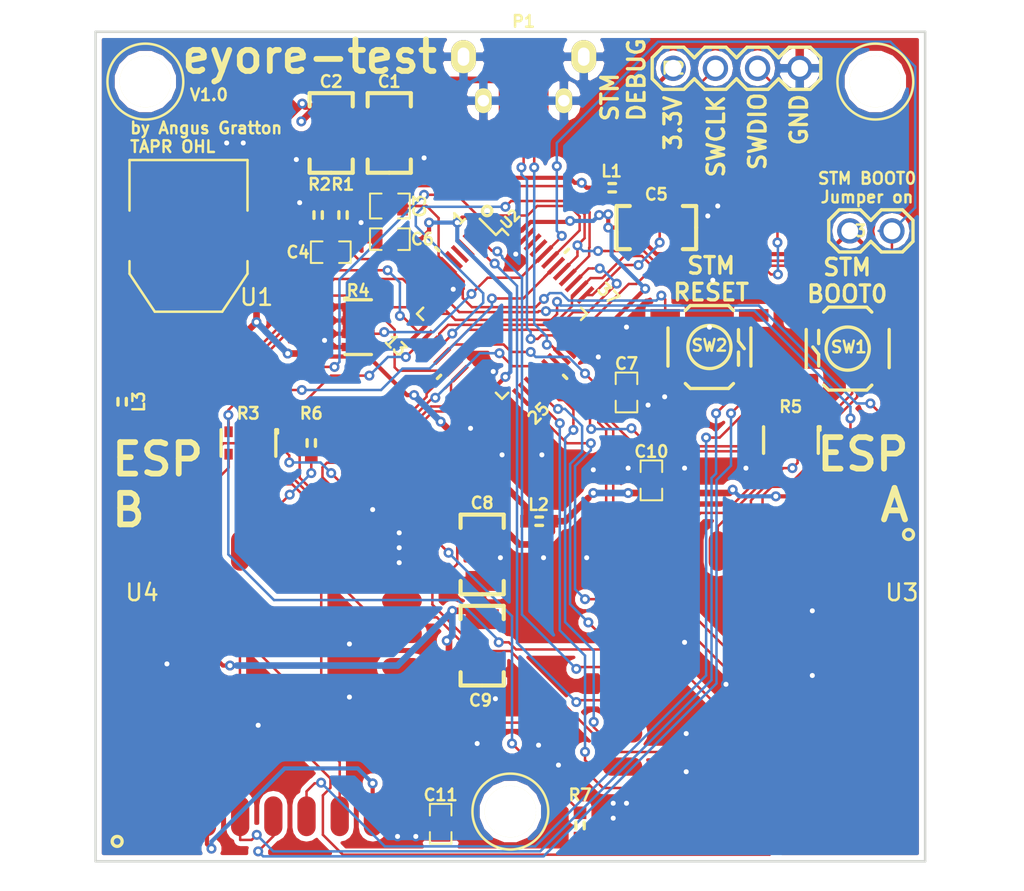
<source format=kicad_pcb>
(kicad_pcb (version 4) (host pcbnew 0.201511110417+6307~30~ubuntu15.10.1-product)
  (layers (0 F.Cu signal) (31 B.Cu signal) (34 B.Paste user) (35 F.Paste user) (36 B.SilkS user) (37 F.SilkS user) (38 B.Mask user) (39 F.Mask user) (44 Edge.Cuts user))
  (net 0 "")
  (net 1 +5V)
  (net 2 GND)
  (net 3 +3V3)
  (net 4 /A_AIN)
  (net 5 /STM_VCC)
  (net 6 /A_VCC)
  (net 7 /B_VCC)
  (net 8 /SWCLK)
  (net 9 /SWDIO)
  (net 10 /STM_BOOT)
  (net 11 /PWM_OUT)
  (net 12 /B_GPIO2)
  (net 13 /B_GPIO12)
  (net 14 /B_GPIO16)
  (net 15 /B_GPIO14)
  (net 16 /A_GPIO14)
  (net 17 /A_GPIO16)
  (net 18 /A_GPIO12)
  (net 19 /A_GPIO2)
  (net 20 /B_~RST)
  (net 21 /A_~RST)
  (net 22 /B_GPIO13)
  (net 23 /B_GPIO15)
  (net 24 /B_GPIO4)
  (net 25 /B_GPIO5)
  (net 26 /A_GPIO5_SDA)
  (net 27 /A_GPIO4_SCL)
  (net 28 /A_GPIO15)
  (net 29 /A_GPIO13)
  (net 30 /B_GPIO0)
  (net 31 /A_GPIO0)
  (net 32 /A_~FLASH)
  (net 33 /B_~FLASH)
  (net 34 /STM_~RST)
  (net 35 /A_SPI_GPIO9)
  (net 36 /A_SPI_GPIO10)
  (net 37 /B_UART_RX)
  (net 38 /B_UART_TX)
  (net 39 /A_SPI_~CS)
  (net 40 /A_SPI_SCK)
  (net 41 /A_SPI_MISO)
  (net 42 /A_SPI_MOSI)
  (net 43 /A_UART_RX)
  (net 44 /A_UART_TX)
  (net 45 /USB_D-)
  (net 46 /USB_D+)
  (module FT:0603_CAP (layer F.Cu) (at 174.238 100.5 180)
    (fp_text reference C3 (at -1.8 0 270) (layer F.SilkS) (effects (font (size 0.7 0.7))))
    (fp_text value 100nF hide)
    (pad 1 smd rect (at -0.762 0 180) (size 0.635 1.143) (layers F.Cu F.Paste F.Mask) (net 34 /STM_~RST))
    (pad 2 smd rect (at 0.762 0 180) (size 0.635 1.143) (layers F.Cu F.Paste F.Mask) (net 2 GND))
  )
  (module Connect:1pin (layer F.Cu) (at 181.5 137)
    (fp_text reference 1pin hide)
    (fp_text value VAL** hide)
    (pad "" np_thru_hole circle (at 0 0) (size 3.1 3.1) (drill 3.1) (layers *.Cu *.Mask F.SilkS))
  )
  (module FT:SW_PUSHBUTTON_SMD (layer F.Cu) (at 193.5 109)
    (fp_text reference SW2 (at 0 -0.1) (layer F.SilkS) (effects (font (size 0.7 0.7))))
    (fp_text value SW_PUSHBUTTON hide)
    (pad 2 smd rect (at -2.667 1.905) (size 1.778 0.762) (layers F.Cu F.Paste F.Mask) (net 2 GND))
    (pad 2 smd rect (at 2.667 1.905) (size 1.778 0.762) (layers F.Cu F.Paste F.Mask) (net 2 GND))
    (pad "" smd rect (at 2.667 -1.905) (size 1.778 0.762) (layers F.Cu F.Paste F.Mask))
    (pad 1 smd rect (at -2.667 -1.905) (size 1.778 0.762) (layers F.Cu F.Paste F.Mask) (net 34 /STM_~RST))
  )
  (module FT:SW_PUSHBUTTON_SMD (layer F.Cu) (at 201.833 109.095 180)
    (fp_text reference SW1 (at -0.067 0.095 180) (layer F.SilkS) (effects (font (size 0.7 0.7))))
    (fp_text value SW_PUSHBUTTON hide)
    (pad 2 smd rect (at -2.667 1.905 180) (size 1.778 0.762) (layers F.Cu F.Paste F.Mask) (net 10 /STM_BOOT))
    (pad 3 smd rect (at 2.667 1.905 180) (size 1.778 0.762) (layers F.Cu F.Paste F.Mask))
    (pad 3 smd rect (at 2.667 -1.905 180) (size 1.778 0.762) (layers F.Cu F.Paste F.Mask))
    (pad 1 smd rect (at -2.667 -1.905 180) (size 1.778 0.762) (layers F.Cu F.Paste F.Mask) (net 5 /STM_VCC))
  )
  (module Housings_QFP:LQFP-48_7x7mm_Pitch0.5mm (layer F.Cu) (at 181 107 315)
    (fp_text reference U2 (at -3.676956 -4.384061 405) (layer F.SilkS) (effects (font (size 0.6 0.6))))
    (fp_text value STM32F072C8 hide)
    (pad 1 smd rect (at -4.35 -2.75 315) (size 1.3 0.25) (layers F.Cu F.Paste F.Mask) (net 5 /STM_VCC))
    (pad 2 smd rect (at -4.35 -2.25 315) (size 1.3 0.25) (layers F.Cu F.Paste F.Mask) (net 35 /A_SPI_GPIO9))
    (pad 3 smd rect (at -4.35 -1.75 315) (size 1.3 0.25) (layers F.Cu F.Paste F.Mask) (net 36 /A_SPI_GPIO10))
    (pad 4 smd rect (at -4.35 -1.25 315) (size 1.3 0.25) (layers F.Cu F.Paste F.Mask))
    (pad 5 smd rect (at -4.35 -0.75 315) (size 1.3 0.25) (layers F.Cu F.Paste F.Mask))
    (pad 6 smd rect (at -4.35 -0.25 315) (size 1.3 0.25) (layers F.Cu F.Paste F.Mask))
    (pad 7 smd rect (at -4.35 0.25 315) (size 1.3 0.25) (layers F.Cu F.Paste F.Mask) (net 34 /STM_~RST))
    (pad 8 smd rect (at -4.35 0.75 315) (size 1.3 0.25) (layers F.Cu F.Paste F.Mask) (net 2 GND))
    (pad 9 smd rect (at -4.35 1.25 315) (size 1.3 0.25) (layers F.Cu F.Paste F.Mask) (net 5 /STM_VCC))
    (pad 10 smd rect (at -4.35 1.75 315) (size 1.3 0.25) (layers F.Cu F.Paste F.Mask) (net 4 /A_AIN))
    (pad 11 smd rect (at -4.35 2.25 315) (size 1.3 0.25) (layers F.Cu F.Paste F.Mask) (net 21 /A_~RST))
    (pad 12 smd rect (at -4.35 2.75 315) (size 1.3 0.25) (layers F.Cu F.Paste F.Mask) (net 37 /B_UART_RX))
    (pad 13 smd rect (at -2.75 4.35 45) (size 1.3 0.25) (layers F.Cu F.Paste F.Mask) (net 38 /B_UART_TX))
    (pad 14 smd rect (at -2.25 4.35 45) (size 1.3 0.25) (layers F.Cu F.Paste F.Mask) (net 28 /A_GPIO15))
    (pad 15 smd rect (at -1.75 4.35 45) (size 1.3 0.25) (layers F.Cu F.Paste F.Mask) (net 16 /A_GPIO14))
    (pad 16 smd rect (at -1.25 4.35 45) (size 1.3 0.25) (layers F.Cu F.Paste F.Mask) (net 18 /A_GPIO12))
    (pad 17 smd rect (at -0.75 4.35 45) (size 1.3 0.25) (layers F.Cu F.Paste F.Mask) (net 29 /A_GPIO13))
    (pad 18 smd rect (at -0.25 4.35 45) (size 1.3 0.25) (layers F.Cu F.Paste F.Mask) (net 20 /B_~RST))
    (pad 19 smd rect (at 0.25 4.35 45) (size 1.3 0.25) (layers F.Cu F.Paste F.Mask) (net 33 /B_~FLASH))
    (pad 20 smd rect (at 0.75 4.35 45) (size 1.3 0.25) (layers F.Cu F.Paste F.Mask) (net 32 /A_~FLASH))
    (pad 21 smd rect (at 1.25 4.35 45) (size 1.3 0.25) (layers F.Cu F.Paste F.Mask))
    (pad 22 smd rect (at 1.75 4.35 45) (size 1.3 0.25) (layers F.Cu F.Paste F.Mask) (net 19 /A_GPIO2))
    (pad 23 smd rect (at 2.25 4.35 45) (size 1.3 0.25) (layers F.Cu F.Paste F.Mask) (net 2 GND))
    (pad 24 smd rect (at 2.75 4.35 45) (size 1.3 0.25) (layers F.Cu F.Paste F.Mask) (net 5 /STM_VCC))
    (pad 25 smd rect (at 4.35 2.75 315) (size 1.3 0.25) (layers F.Cu F.Paste F.Mask) (net 39 /A_SPI_~CS))
    (pad 26 smd rect (at 4.35 2.25 315) (size 1.3 0.25) (layers F.Cu F.Paste F.Mask) (net 40 /A_SPI_SCK))
    (pad 27 smd rect (at 4.35 1.75 315) (size 1.3 0.25) (layers F.Cu F.Paste F.Mask) (net 41 /A_SPI_MISO))
    (pad 28 smd rect (at 4.35 1.25 315) (size 1.3 0.25) (layers F.Cu F.Paste F.Mask) (net 42 /A_SPI_MOSI))
    (pad 29 smd rect (at 4.35 0.75 315) (size 1.3 0.25) (layers F.Cu F.Paste F.Mask) (net 23 /B_GPIO15))
    (pad 30 smd rect (at 4.35 0.25 315) (size 1.3 0.25) (layers F.Cu F.Paste F.Mask) (net 43 /A_UART_RX))
    (pad 31 smd rect (at 4.35 -0.25 315) (size 1.3 0.25) (layers F.Cu F.Paste F.Mask) (net 44 /A_UART_TX))
    (pad 32 smd rect (at 4.35 -0.75 315) (size 1.3 0.25) (layers F.Cu F.Paste F.Mask) (net 45 /USB_D-))
    (pad 33 smd rect (at 4.35 -1.25 315) (size 1.3 0.25) (layers F.Cu F.Paste F.Mask) (net 46 /USB_D+))
    (pad 34 smd rect (at 4.35 -1.75 315) (size 1.3 0.25) (layers F.Cu F.Paste F.Mask) (net 9 /SWDIO))
    (pad 35 smd rect (at 4.35 -2.25 315) (size 1.3 0.25) (layers F.Cu F.Paste F.Mask) (net 2 GND))
    (pad 36 smd rect (at 4.35 -2.75 315) (size 1.3 0.25) (layers F.Cu F.Paste F.Mask) (net 5 /STM_VCC))
    (pad 37 smd rect (at 2.75 -4.35 45) (size 1.3 0.25) (layers F.Cu F.Paste F.Mask) (net 8 /SWCLK))
    (pad 38 smd rect (at 2.25 -4.35 45) (size 1.3 0.25) (layers F.Cu F.Paste F.Mask) (net 16 /A_GPIO14))
    (pad 39 smd rect (at 1.75 -4.35 45) (size 1.3 0.25) (layers F.Cu F.Paste F.Mask) (net 29 /A_GPIO13))
    (pad 40 smd rect (at 1.25 -4.35 45) (size 1.3 0.25) (layers F.Cu F.Paste F.Mask) (net 11 /PWM_OUT))
    (pad 41 smd rect (at 0.75 -4.35 45) (size 1.3 0.25) (layers F.Cu F.Paste F.Mask) (net 18 /A_GPIO12))
    (pad 42 smd rect (at 0.25 -4.35 45) (size 1.3 0.25) (layers F.Cu F.Paste F.Mask) (net 27 /A_GPIO4_SCL))
    (pad 43 smd rect (at -0.25 -4.35 45) (size 1.3 0.25) (layers F.Cu F.Paste F.Mask) (net 26 /A_GPIO5_SDA))
    (pad 44 smd rect (at -0.75 -4.35 45) (size 1.3 0.25) (layers F.Cu F.Paste F.Mask) (net 10 /STM_BOOT))
    (pad 45 smd rect (at -1.25 -4.35 45) (size 1.3 0.25) (layers F.Cu F.Paste F.Mask))
    (pad 46 smd rect (at -1.75 -4.35 45) (size 1.3 0.25) (layers F.Cu F.Paste F.Mask))
    (pad 47 smd rect (at -2.25 -4.35 45) (size 1.3 0.25) (layers F.Cu F.Paste F.Mask) (net 2 GND))
    (pad 48 smd rect (at -2.75 -4.35 45) (size 1.3 0.25) (layers F.Cu F.Paste F.Mask) (net 5 /STM_VCC))
  )
  (module Connect:1pin (layer F.Cu) (at 203.5 93)
    (fp_text reference 1pin hide)
    (fp_text value VAL** hide)
    (pad "" np_thru_hole circle (at 0 0) (size 3.1 3.1) (drill 3.1) (layers *.Cu *.Mask F.SilkS))
  )
  (module FT:1210_CAP (layer F.Cu) (at 179.8 127.00234 270)
    (fp_text reference C9 (at 3.29766 0.1 360) (layer F.SilkS) (effects (font (size 0.7 0.7))))
    (fp_text value "22uF X5R 16V" hide)
    (pad 1 smd rect (at -1.59766 0 270) (size 1.19888 1.99898) (layers F.Cu F.Paste F.Mask) (net 7 /B_VCC))
    (pad 2 smd rect (at 1.59766 0 270) (size 1.19888 1.99898) (layers F.Cu F.Paste F.Mask) (net 2 GND))
  )
  (module FT:1210_CAP (layer F.Cu) (at 190.298 101.8)
    (fp_text reference C5 (at 0 -2) (layer F.SilkS) (effects (font (size 0.7 0.7))))
    (fp_text value "22uF X5R 16V" hide)
    (pad 1 smd rect (at -1.59766 0) (size 1.19888 1.99898) (layers F.Cu F.Paste F.Mask) (net 5 /STM_VCC))
    (pad 2 smd rect (at 1.59766 0) (size 1.19888 1.99898) (layers F.Cu F.Paste F.Mask) (net 2 GND))
  )
  (module FT:0603 (layer F.Cu) (at 158.1 112.3 270)
    (fp_text reference L3 (at 0 -1 270) (layer F.SilkS) (effects (font (size 0.7 0.7))))
    (fp_text value BLM18KG121TN1D hide)
    (pad 1 smd rect (at -0.762 0 270) (size 0.762 0.762) (layers F.Cu F.Paste F.Mask) (net 3 +3V3))
    (pad 2 smd rect (at 0.762 0 270) (size 0.762 0.762) (layers F.Cu F.Paste F.Mask) (net 7 /B_VCC))
  )
  (module FT:0603_CAP (layer F.Cu) (at 177.3 137.738 270)
    (fp_text reference C11 (at -1.738 0 360) (layer F.SilkS) (effects (font (size 0.7 0.7))))
    (fp_text value "100nF 6.3V" hide)
    (pad 1 smd rect (at -0.762 0 270) (size 0.635 1.143) (layers F.Cu F.Paste F.Mask) (net 7 /B_VCC))
    (pad 2 smd rect (at 0.762 0 270) (size 0.635 1.143) (layers F.Cu F.Paste F.Mask) (net 2 GND))
  )
  (module FT:1210_CAP (layer F.Cu) (at 170.7 96.0977 270)
    (fp_text reference C2 (at -3.0977 0 360) (layer F.SilkS) (effects (font (size 0.7 0.7))))
    (fp_text value "22uF X5R 16V" hide)
    (pad 1 smd rect (at -1.59766 0 270) (size 1.19888 1.99898) (layers F.Cu F.Paste F.Mask) (net 3 +3V3))
    (pad 2 smd rect (at 1.59766 0 270) (size 1.19888 1.99898) (layers F.Cu F.Paste F.Mask) (net 2 GND))
  )
  (module ESP:ESP-12E (layer F.Cu) (at 159.214 137.284 90)
    (fp_text reference U4 (at 13.484 0.086 180) (layer F.SilkS))
    (fp_text value ESP-12E)
    (pad 9 smd oval (at 2.99 15.75 180) (size 2.4 1.1) (layers F.Cu F.Paste F.Mask))
    (pad 10 smd oval (at 4.99 15.75 180) (size 2.4 1.1) (layers F.Cu F.Paste F.Mask))
    (pad 11 smd oval (at 6.99 15.75 180) (size 2.4 1.1) (layers F.Cu F.Paste F.Mask))
    (pad 12 smd oval (at 8.99 15.75 180) (size 2.4 1.1) (layers F.Cu F.Paste F.Mask))
    (pad 13 smd oval (at 10.99 15.75 180) (size 2.4 1.1) (layers F.Cu F.Paste F.Mask))
    (pad 14 smd oval (at 12.99 15.75 180) (size 2.4 1.1) (layers F.Cu F.Paste F.Mask))
    (pad 1 smd rect (at 0 0 90) (size 2.4 1.1) (layers F.Cu F.Paste F.Mask) (net 20 /B_~RST))
    (pad 2 smd oval (at 0 2 90) (size 2.4 1.1) (layers F.Cu F.Paste F.Mask))
    (pad 3 smd oval (at 0 4 90) (size 2.4 1.1) (layers F.Cu F.Paste F.Mask) (net 7 /B_VCC))
    (pad 4 smd oval (at 0 6 90) (size 2.4 1.1) (layers F.Cu F.Paste F.Mask) (net 14 /B_GPIO16))
    (pad 5 smd oval (at 0 8 90) (size 2.4 1.1) (layers F.Cu F.Paste F.Mask) (net 15 /B_GPIO14))
    (pad 6 smd oval (at 0 10 90) (size 2.4 1.1) (layers F.Cu F.Paste F.Mask) (net 13 /B_GPIO12))
    (pad 7 smd oval (at 0 12 90) (size 2.4 1.1) (layers F.Cu F.Paste F.Mask) (net 22 /B_GPIO13))
    (pad 8 smd oval (at 0 14 90) (size 2.4 1.1) (layers F.Cu F.Paste F.Mask) (net 7 /B_VCC))
    (pad 15 smd oval (at 16 14 90) (size 2.4 1.1) (layers F.Cu F.Paste F.Mask) (net 2 GND))
    (pad 16 smd oval (at 16 12 90) (size 2.4 1.1) (layers F.Cu F.Paste F.Mask) (net 23 /B_GPIO15))
    (pad 17 smd oval (at 16 10 90) (size 2.4 1.1) (layers F.Cu F.Paste F.Mask) (net 12 /B_GPIO2))
    (pad 18 smd oval (at 16 8 90) (size 2.4 1.1) (layers F.Cu F.Paste F.Mask) (net 30 /B_GPIO0))
    (pad 19 smd oval (at 16 6 90) (size 2.4 1.1) (layers F.Cu F.Paste F.Mask) (net 24 /B_GPIO4))
    (pad 20 smd oval (at 16 4 90) (size 2.4 1.1) (layers F.Cu F.Paste F.Mask) (net 25 /B_GPIO5))
    (pad 21 smd oval (at 16 2 90) (size 2.4 1.1) (layers F.Cu F.Paste F.Mask) (net 37 /B_UART_RX))
    (pad 22 smd oval (at 16 0 90) (size 2.4 1.1) (layers F.Cu F.Paste F.Mask) (net 38 /B_UART_TX))
  )
  (module FT:RES_CAY16 (layer F.Cu) (at 165.714 114.784 180)
    (fp_text reference R3 (at 0.014 1.784 360) (layer F.SilkS) (effects (font (size 0.7 0.7))))
    (fp_text value 220R hide)
    (pad 2 smd rect (at -1.19888 -0.67564 180) (size 0.50038 0.65024) (layers F.Cu F.Paste F.Mask) (net 22 /B_GPIO13))
    (pad 4 smd rect (at -0.39878 -0.67564 180) (size 0.50038 0.65024) (layers F.Cu F.Paste F.Mask) (net 12 /B_GPIO2))
    (pad 8 smd rect (at 1.19888 -0.67564 180) (size 0.50038 0.65024) (layers F.Cu F.Paste F.Mask) (net 25 /B_GPIO5))
    (pad 6 smd rect (at 0.39878 -0.67564 180) (size 0.50038 0.65024) (layers F.Cu F.Paste F.Mask) (net 24 /B_GPIO4))
    (pad 5 smd rect (at 0.39878 0.67564 180) (size 0.50038 0.65024) (layers F.Cu F.Paste F.Mask) (net 27 /A_GPIO4_SCL))
    (pad 7 smd rect (at 1.19888 0.67564 180) (size 0.50038 0.65024) (layers F.Cu F.Paste F.Mask) (net 26 /A_GPIO5_SDA))
    (pad 3 smd rect (at -0.39878 0.67564 180) (size 0.50038 0.65024) (layers F.Cu F.Paste F.Mask) (net 19 /A_GPIO2))
    (pad 1 smd rect (at -1.19888 0.67564 180) (size 0.50038 0.65024) (layers F.Cu F.Paste F.Mask) (net 28 /A_GPIO15))
  )
  (module FT:0603 (layer F.Cu) (at 169.5 114.784 270)
    (fp_text reference R6 (at -1.784 0 360) (layer F.SilkS) (effects (font (size 0.7 0.7))))
    (fp_text value 10K hide)
    (pad 1 smd rect (at -0.762 0 270) (size 0.762 0.762) (layers F.Cu F.Paste F.Mask) (net 33 /B_~FLASH))
    (pad 2 smd rect (at 0.762 0 270) (size 0.762 0.762) (layers F.Cu F.Paste F.Mask) (net 30 /B_GPIO0))
  )
  (module FT:0603 (layer F.Cu) (at 183.238 119.5)
    (fp_text reference L2 (at -0.038 -1) (layer F.SilkS) (effects (font (size 0.7 0.7))))
    (fp_text value BLM18KG121TN1D hide)
    (pad 1 smd rect (at -0.762 0) (size 0.762 0.762) (layers F.Cu F.Paste F.Mask) (net 3 +3V3))
    (pad 2 smd rect (at 0.762 0) (size 0.762 0.762) (layers F.Cu F.Paste F.Mask) (net 6 /A_VCC))
  )
  (module FT:USB-MICRO-5pin_PTHMOUNT (layer F.Cu) (at 182.3 94.0756 270)
    (fp_text reference P1 (at -4.7 0 360) (layer F.SilkS) (effects (font (size 0.7 0.7))))
    (fp_text value USB_5PIN_SHELL hide)
    (pad SHLD thru_hole oval (at -2.57556 -3.62458 270) (size 1.99898 1.50114) (drill oval 1.09982 0.70104) (layers *.Cu *.Mask F.SilkS) (net 2 GND))
    (pad SHLD thru_hole oval (at -2.57556 3.62458 270) (size 1.99898 1.50114) (drill oval 1.09982 0.70104) (layers *.Cu *.Mask F.SilkS) (net 2 GND))
    (pad SHLD thru_hole oval (at 0.0762 -2.4257 270) (size 1.50114 1.00076) (drill 0.70104) (layers *.Cu *.Mask F.SilkS) (net 2 GND))
    (pad SHLD smd rect (at -2.57556 1.30048 270) (size 1.30048 1.00076) (layers F.Cu F.Paste F.Mask) (net 2 GND))
    (pad SHLD smd rect (at -2.57556 -1.30048 270) (size 1.30048 1.00076) (layers F.Cu F.Paste F.Mask) (net 2 GND))
    (pad 5 smd rect (at 0 1.30048 270) (size 1.34874 0.39878) (layers F.Cu F.Paste F.Mask) (net 2 GND))
    (pad 3 smd rect (at 0 0 270) (size 1.34874 0.39878) (layers F.Cu F.Paste F.Mask) (net 46 /USB_D+))
    (pad 4 smd rect (at 0 0.65024 270) (size 1.34874 0.39878) (layers F.Cu F.Paste F.Mask))
    (pad 2 smd rect (at 0 -0.65024 270) (size 1.34874 0.39878) (layers F.Cu F.Paste F.Mask) (net 45 /USB_D-))
    (pad SHLD thru_hole oval (at 0.0762 2.4257 270) (size 1.50114 1.00076) (drill 0.70104) (layers *.Cu *.Mask F.SilkS) (net 2 GND))
    (pad 1 smd rect (at 0 -1.30048 270) (size 1.34874 0.39878) (layers F.Cu F.Paste F.Mask) (net 1 +5V))
  )
  (module SOT-223 (layer F.Cu) (at 162.1 102.3 180)
    (fp_text reference U1 (at -4.1 -3.7 180) (layer F.SilkS))
    (fp_text value LD1117S33CTR hide)
    (pad 4 smd rect (at 0 -3.302 180) (size 3.6576 2.032) (layers F.Cu F.Paste F.Mask))
    (pad 2 smd rect (at 0 3.302 180) (size 1.016 2.032) (layers F.Cu F.Paste F.Mask) (net 3 +3V3))
    (pad 3 smd rect (at 2.286 3.302 180) (size 1.016 2.032) (layers F.Cu F.Paste F.Mask) (net 1 +5V))
    (pad 1 smd rect (at -2.286 3.302 180) (size 1.016 2.032) (layers F.Cu F.Paste F.Mask) (net 2 GND))
  )
  (module FT:0603_CAP (layer F.Cu) (at 190 117.038 90)
    (fp_text reference C10 (at 1.738 0 180) (layer F.SilkS) (effects (font (size 0.7 0.7))))
    (fp_text value "100nF 6.3V" hide)
    (pad 1 smd rect (at -0.762 0 90) (size 0.635 1.143) (layers F.Cu F.Paste F.Mask) (net 6 /A_VCC))
    (pad 2 smd rect (at 0.762 0 90) (size 0.635 1.143) (layers F.Cu F.Paste F.Mask) (net 2 GND))
  )
  (module FT:RES_CAY16 (layer F.Cu) (at 198.413 114.608 180)
    (fp_text reference R5 (at 0.013 2.008 360) (layer F.SilkS) (effects (font (size 0.7 0.7))))
    (fp_text value 220R hide)
    (pad 2 smd rect (at -1.19888 -0.67564 180) (size 0.50038 0.65024) (layers F.Cu F.Paste F.Mask) (net 17 /A_GPIO16))
    (pad 4 smd rect (at -0.39878 -0.67564 180) (size 0.50038 0.65024) (layers F.Cu F.Paste F.Mask) (net 16 /A_GPIO14))
    (pad 8 smd rect (at 1.19888 -0.67564 180) (size 0.50038 0.65024) (layers F.Cu F.Paste F.Mask) (net 29 /A_GPIO13))
    (pad 6 smd rect (at 0.39878 -0.67564 180) (size 0.50038 0.65024) (layers F.Cu F.Paste F.Mask) (net 18 /A_GPIO12))
    (pad 5 smd rect (at 0.39878 0.67564 180) (size 0.50038 0.65024) (layers F.Cu F.Paste F.Mask) (net 13 /B_GPIO12))
    (pad 7 smd rect (at 1.19888 0.67564 180) (size 0.50038 0.65024) (layers F.Cu F.Paste F.Mask) (net 23 /B_GPIO15))
    (pad 3 smd rect (at -0.39878 0.67564 180) (size 0.50038 0.65024) (layers F.Cu F.Paste F.Mask) (net 15 /B_GPIO14))
    (pad 1 smd rect (at -1.19888 0.67564 180) (size 0.50038 0.65024) (layers F.Cu F.Paste F.Mask) (net 14 /B_GPIO16))
  )
  (module FT:1210_CAP (layer F.Cu) (at 179.8 121.50234 270)
    (fp_text reference C8 (at -3.10234 0 360) (layer F.SilkS) (effects (font (size 0.7 0.7))))
    (fp_text value "22uF X5R 16V" hide)
    (pad 1 smd rect (at -1.59766 0 270) (size 1.19888 1.99898) (layers F.Cu F.Paste F.Mask) (net 6 /A_VCC))
    (pad 2 smd rect (at 1.59766 0 270) (size 1.19888 1.99898) (layers F.Cu F.Paste F.Mask) (net 2 GND))
  )
  (module FT:1210_CAP (layer F.Cu) (at 174.2 96.0977 270)
    (fp_text reference C1 (at -3.0977 0 360) (layer F.SilkS) (effects (font (size 0.7 0.7))))
    (fp_text value "22uF X5R 16V" hide)
    (pad 1 smd rect (at -1.59766 0 270) (size 1.19888 1.99898) (layers F.Cu F.Paste F.Mask) (net 1 +5V))
    (pad 2 smd rect (at 1.59766 0 270) (size 1.19888 1.99898) (layers F.Cu F.Paste F.Mask) (net 2 GND))
  )
  (module FT:RES_CAY16 (layer F.Cu) (at 172.324 107.801 270)
    (fp_text reference R4 (at -2.2 0 360) (layer F.SilkS) (effects (font (size 0.7 0.7))))
    (fp_text value 10K hide)
    (pad 2 smd rect (at -1.19888 -0.67564 270) (size 0.50038 0.65024) (layers F.Cu F.Paste F.Mask) (net 21 /A_~RST))
    (pad 4 smd rect (at -0.39878 -0.67564 270) (size 0.50038 0.65024) (layers F.Cu F.Paste F.Mask) (net 20 /B_~RST))
    (pad 8 smd rect (at 1.19888 -0.67564 270) (size 0.50038 0.65024) (layers F.Cu F.Paste F.Mask))
    (pad 6 smd rect (at 0.39878 -0.67564 270) (size 0.50038 0.65024) (layers F.Cu F.Paste F.Mask) (net 10 /STM_BOOT))
    (pad 5 smd rect (at 0.39878 0.67564 270) (size 0.50038 0.65024) (layers F.Cu F.Paste F.Mask) (net 2 GND))
    (pad 7 smd rect (at 1.19888 0.67564 270) (size 0.50038 0.65024) (layers F.Cu F.Paste F.Mask) (net 2 GND))
    (pad 3 smd rect (at -0.39878 0.67564 270) (size 0.50038 0.65024) (layers F.Cu F.Paste F.Mask) (net 2 GND))
    (pad 1 smd rect (at -1.19888 0.67564 270) (size 0.50038 0.65024) (layers F.Cu F.Paste F.Mask) (net 2 GND))
  )
  (module FT:0603 (layer F.Cu) (at 187.638 99.4)
    (fp_text reference L1 (at -0.038 -1) (layer F.SilkS) (effects (font (size 0.7 0.7))))
    (fp_text value BLM18KG121TN1D hide)
    (pad 1 smd rect (at -0.762 0) (size 0.762 0.762) (layers F.Cu F.Paste F.Mask) (net 3 +3V3))
    (pad 2 smd rect (at 0.762 0) (size 0.762 0.762) (layers F.Cu F.Paste F.Mask) (net 5 /STM_VCC))
  )
  (module FT:0603_CAP (layer F.Cu) (at 174.238 102.5 180)
    (fp_text reference C6 (at -1.962 0 180) (layer F.SilkS) (effects (font (size 0.7 0.7))))
    (fp_text value "100nF 6.3V" hide)
    (pad 1 smd rect (at -0.762 0 180) (size 0.635 1.143) (layers F.Cu F.Paste F.Mask) (net 5 /STM_VCC))
    (pad 2 smd rect (at 0.762 0 180) (size 0.635 1.143) (layers F.Cu F.Paste F.Mask) (net 2 GND))
  )
  (module FT:0603 (layer F.Cu) (at 169.914 101.046 270)
    (fp_text reference R2 (at -1.846 -0.086 360) (layer F.SilkS) (effects (font (size 0.7 0.7))))
    (fp_text value 47K hide)
    (pad 1 smd rect (at -0.762 0 270) (size 0.762 0.762) (layers F.Cu F.Paste F.Mask) (net 2 GND))
    (pad 2 smd rect (at 0.762 0 270) (size 0.762 0.762) (layers F.Cu F.Paste F.Mask) (net 4 /A_AIN))
  )
  (module FT:0603 (layer F.Cu) (at 171.414 101.046 90)
    (fp_text reference R1 (at 1.846 -0.014 180) (layer F.SilkS) (effects (font (size 0.7 0.7))))
    (fp_text value 100K hide)
    (pad 1 smd rect (at -0.762 0 90) (size 0.762 0.762) (layers F.Cu F.Paste F.Mask) (net 4 /A_AIN))
    (pad 2 smd rect (at 0.762 0 90) (size 0.762 0.762) (layers F.Cu F.Paste F.Mask) (net 11 /PWM_OUT))
  )
  (module FT:0603_CAP (layer F.Cu) (at 170.676 103.284 180)
    (fp_text reference C4 (at 1.976 0 180) (layer F.SilkS) (effects (font (size 0.7 0.7))))
    (fp_text value "1uF 6.3V" hide)
    (pad 1 smd rect (at -0.762 0 180) (size 0.635 1.143) (layers F.Cu F.Paste F.Mask) (net 4 /A_AIN))
    (pad 2 smd rect (at 0.762 0 180) (size 0.635 1.143) (layers F.Cu F.Paste F.Mask) (net 2 GND))
  )
  (module FT:1X04 (layer F.Cu) (at 191.32 92.2)
    (fp_text reference P2 (at 0 0) (layer F.SilkS) (effects (font (size 0.7 0.7))))
    (fp_text value CONN_01X04 hide)
    (pad 1 thru_hole oval (at 0 0 90) (size 1.524 1.524) (drill 1.016) (layers *.Cu *.Mask) (net 5 /STM_VCC))
    (pad 2 thru_hole oval (at 2.54 0 90) (size 1.524 1.524) (drill 1.016) (layers *.Cu *.Mask) (net 8 /SWCLK))
    (pad 3 thru_hole oval (at 5.08 0 90) (size 1.524 1.524) (drill 1.016) (layers *.Cu *.Mask) (net 9 /SWDIO))
    (pad 4 thru_hole oval (at 7.62 0 90) (size 1.524 1.524) (drill 1.016) (layers *.Cu *.Mask) (net 2 GND))
  )
  (module FT:0603 (layer F.Cu) (at 185.7 137.838 270)
    (fp_text reference R7 (at -1.838 0 360) (layer F.SilkS) (effects (font (size 0.7 0.7))))
    (fp_text value 10K hide)
    (pad 1 smd rect (at -0.762 0 270) (size 0.762 0.762) (layers F.Cu F.Paste F.Mask) (net 32 /A_~FLASH))
    (pad 2 smd rect (at 0.762 0 270) (size 0.762 0.762) (layers F.Cu F.Paste F.Mask) (net 31 /A_GPIO0))
  )
  (module ESP:ESP-12E (layer F.Cu) (at 204 121.3 270)
    (fp_text reference U3 (at 2.5 -1.1 360) (layer F.SilkS))
    (fp_text value ESP-12E)
    (pad 9 smd oval (at 2.99 15.75) (size 2.4 1.1) (layers F.Cu F.Paste F.Mask) (net 39 /A_SPI_~CS))
    (pad 10 smd oval (at 4.99 15.75) (size 2.4 1.1) (layers F.Cu F.Paste F.Mask) (net 41 /A_SPI_MISO))
    (pad 11 smd oval (at 6.99 15.75) (size 2.4 1.1) (layers F.Cu F.Paste F.Mask) (net 35 /A_SPI_GPIO9))
    (pad 12 smd oval (at 8.99 15.75) (size 2.4 1.1) (layers F.Cu F.Paste F.Mask) (net 36 /A_SPI_GPIO10))
    (pad 13 smd oval (at 10.99 15.75) (size 2.4 1.1) (layers F.Cu F.Paste F.Mask) (net 42 /A_SPI_MOSI))
    (pad 14 smd oval (at 12.99 15.75) (size 2.4 1.1) (layers F.Cu F.Paste F.Mask) (net 40 /A_SPI_SCK))
    (pad 1 smd rect (at 0 0 270) (size 2.4 1.1) (layers F.Cu F.Paste F.Mask) (net 21 /A_~RST))
    (pad 2 smd oval (at 0 2 270) (size 2.4 1.1) (layers F.Cu F.Paste F.Mask) (net 4 /A_AIN))
    (pad 3 smd oval (at 0 4 270) (size 2.4 1.1) (layers F.Cu F.Paste F.Mask) (net 6 /A_VCC))
    (pad 4 smd oval (at 0 6 270) (size 2.4 1.1) (layers F.Cu F.Paste F.Mask) (net 17 /A_GPIO16))
    (pad 5 smd oval (at 0 8 270) (size 2.4 1.1) (layers F.Cu F.Paste F.Mask) (net 16 /A_GPIO14))
    (pad 6 smd oval (at 0 10 270) (size 2.4 1.1) (layers F.Cu F.Paste F.Mask) (net 18 /A_GPIO12))
    (pad 7 smd oval (at 0 12 270) (size 2.4 1.1) (layers F.Cu F.Paste F.Mask) (net 29 /A_GPIO13))
    (pad 8 smd oval (at 0 14 270) (size 2.4 1.1) (layers F.Cu F.Paste F.Mask) (net 6 /A_VCC))
    (pad 15 smd oval (at 16 14 270) (size 2.4 1.1) (layers F.Cu F.Paste F.Mask) (net 2 GND))
    (pad 16 smd oval (at 16 12 270) (size 2.4 1.1) (layers F.Cu F.Paste F.Mask) (net 28 /A_GPIO15))
    (pad 17 smd oval (at 16 10 270) (size 2.4 1.1) (layers F.Cu F.Paste F.Mask) (net 19 /A_GPIO2))
    (pad 18 smd oval (at 16 8 270) (size 2.4 1.1) (layers F.Cu F.Paste F.Mask) (net 31 /A_GPIO0))
    (pad 19 smd oval (at 16 6 270) (size 2.4 1.1) (layers F.Cu F.Paste F.Mask) (net 27 /A_GPIO4_SCL))
    (pad 20 smd oval (at 16 4 270) (size 2.4 1.1) (layers F.Cu F.Paste F.Mask) (net 26 /A_GPIO5_SDA))
    (pad 21 smd oval (at 16 2 270) (size 2.4 1.1) (layers F.Cu F.Paste F.Mask) (net 43 /A_UART_RX))
    (pad 22 smd oval (at 16 0 270) (size 2.4 1.1) (layers F.Cu F.Paste F.Mask) (net 44 /A_UART_TX))
  )
  (module FT:1X02 (layer F.Cu) (at 201.96 102)
    (fp_text reference P3 (at 0.3 0) (layer F.SilkS) (effects (font (size 0.7 0.7))))
    (fp_text value CONN_01X02 hide)
    (pad 1 thru_hole oval (at 0 0 90) (size 1.524 1.524) (drill 1.016) (layers *.Cu *.Mask) (net 5 /STM_VCC))
    (pad 2 thru_hole oval (at 2.54 0 90) (size 1.524 1.524) (drill 1.016) (layers *.Cu *.Mask) (net 10 /STM_BOOT))
  )
  (module FT:0603_CAP (layer F.Cu) (at 188.5 111.738 270)
    (fp_text reference C7 (at -1.738 0 360) (layer F.SilkS) (effects (font (size 0.7 0.7))))
    (fp_text value "100nF 6.3V" hide)
    (pad 1 smd rect (at -0.762 0 270) (size 0.635 1.143) (layers F.Cu F.Paste F.Mask) (net 5 /STM_VCC))
    (pad 2 smd rect (at 0.762 0 270) (size 0.635 1.143) (layers F.Cu F.Paste F.Mask) (net 2 GND))
  )
  (module Connect:1pin (layer F.Cu) (at 159.5 93)
    (fp_text reference 1pin hide)
    (fp_text value VAL** hide)
    (pad "" np_thru_hole circle (at 0 0) (size 3.1 3.1) (drill 3.1) (layers *.Cu *.Mask F.SilkS))
  )
  (gr_circle (center 157.8 138.8) (end 158.1 138.8) (layer F.SilkS) (width 0.2))
  (gr_circle (center 205.5 120.3) (end 205.8 120.3) (layer F.SilkS) (width 0.2))
  (gr_line (start 184.8 103.3) (end 185 103.1) (layer F.SilkS) (width 0.2))
  (gr_text 13 (at 174.6 108.9 315) (layer F.SilkS) (effects (font (size 0.7 0.7))))
  (gr_text 1 (at 178.7 100.9 45) (layer F.SilkS) (effects (font (size 0.7 0.7)) (justify right)))
  (gr_text 37 (at 187.4 105.8 315) (layer F.SilkS) (effects (font (size 0.7 0.7))))
  (gr_text 25 (at 183.2 113 45) (layer F.SilkS) (effects (font (size 0.7 0.7))))
  (gr_line (start 184.7 110.7) (end 184.9 110.9) (layer F.SilkS) (width 0.2))
  (gr_line (start 177.3 110.7) (end 177.1 110.9) (layer F.SilkS) (width 0.2))
  (gr_line (start 177.2 103.2) (end 177 103) (layer F.SilkS) (width 0.2))
  (gr_circle (center 180.1 100.8) (end 180.3 101) (layer F.SilkS) (width 0.2))
  (gr_text "ESP\nB" (at 157.3 117.3) (layer F.SilkS) (effects (font (size 1.9 1.9) (thickness 0.35)) (justify left)))
  (gr_text "ESP\nA" (at 205.7 117) (layer F.SilkS) (effects (font (size 1.9 1.9) (thickness 0.35)) (justify right)))
  (gr_text "STM\nDEBUG" (at 188.3 95.5 90) (layer F.SilkS) (effects (font (size 1 1) (thickness 0.2)) (justify left)))
  (gr_text "\nby Angus Gratton\nTAPR OHL" (at 158.5 95.8) (layer F.SilkS) (effects (font (size 0.7 0.7)) (justify left)))
  (gr_text V1.0 (at 162.1 93.8) (layer F.SilkS) (effects (font (size 0.7 0.7)) (justify left)))
  (gr_text eyore-test (at 169.4 91.5) (layer F.SilkS) (effects (font (size 1.9 1.9) (thickness 0.35))))
  (gr_text "STM BOOT0\nJumper on" (at 203 99.4) (layer F.SilkS) (effects (font (size 0.7 0.7))))
  (gr_text "STM\nRESET" (at 193.6 104.9) (layer F.SilkS) (effects (font (size 1 1) (thickness 0.2))))
  (gr_text "STM\nBOOT0" (at 201.8 105) (layer F.SilkS) (effects (font (size 1 1) (thickness 0.2))))
  (gr_text 3.3V (at 191.3 95.5 90) (layer F.SilkS) (effects (font (size 1 1) (thickness 0.2))))
  (gr_text SWCLK (at 193.9 96.3 90) (layer F.SilkS) (effects (font (size 1 1) (thickness 0.2))))
  (gr_text GND (at 198.9 95.3 90) (layer F.SilkS) (effects (font (size 1 1) (thickness 0.2))))
  (gr_text SWDIO (at 196.4 96 90) (layer F.SilkS) (effects (font (size 1 1) (thickness 0.2))))
  (gr_line (start 206.5 90) (end 206.5 140) (layer Edge.Cuts) (width 0.15))
  (gr_line (start 156.5 90) (end 206.5 90) (layer Edge.Cuts) (width 0.15))
  (gr_line (start 156.5 140) (end 156.5 90) (layer Edge.Cuts) (width 0.15))
  (gr_line (start 206.5 140) (end 156.5 140) (layer Edge.Cuts) (width 0.15))
  (segment (start 173.79995 94.50004) (end 174.2 94.50004) (width 0.4) (layer F.Cu) (net 1))
  (segment (start 165.40391 92.90009) (end 172.2 92.90009) (width 0.4) (layer F.Cu) (net 1))
  (segment (start 172.2 92.90009) (end 173.79995 94.50004) (width 0.4) (layer F.Cu) (net 1))
  (segment (start 159.814 98.49) (end 165.40391 92.90009) (width 0.4) (layer F.Cu) (net 1))
  (segment (start 159.814 98.998) (end 159.814 98.49) (width 0.4) (layer F.Cu) (net 1))
  (segment (start 174.2 94.50004) (end 175.59949 94.50004) (width 0.4) (layer F.Cu) (net 1))
  (segment (start 175.59949 94.50004) (end 177.19999 92.89954) (width 0.4) (layer F.Cu) (net 1))
  (segment (start 177.19999 92.89954) (end 183.42414 92.89954) (width 0.4) (layer F.Cu) (net 1))
  (segment (start 183.42414 92.89954) (end 183.6005 93.0759) (width 0.4) (layer F.Cu) (net 1))
  (segment (start 183.6005 94.0756) (end 183.6005 93.0759) (width 0.25) (layer F.Cu) (net 1))
  (segment (start 174.8 120.2) (end 174.8 121.1) (width 0.15) (layer F.Cu) (net 2))
  (segment (start 193.5 105.175177) (end 193.700124 104.975053) (width 0.4) (layer F.Cu) (net 2))
  (segment (start 193.5 107.8) (end 193.5 105.175177) (width 0.4) (layer F.Cu) (net 2))
  (via (at 193.700124 104.975053) (size 0.6) (drill 0.3) (layers F.Cu B.Cu) (net 2))
  (segment (start 164.4 96.7) (end 165.4 96.7) (width 0.25) (layer B.Cu) (net 2))
  (via (at 165.4 96.7) (size 0.6) (drill 0.3) (layers F.Cu B.Cu) (net 2))
  (segment (start 164.386 98.998) (end 164.386 96.714) (width 0.25) (layer F.Cu) (net 2))
  (segment (start 164.386 96.714) (end 164.4 96.7) (width 0.25) (layer F.Cu) (net 2))
  (via (at 164.4 96.7) (size 0.6) (drill 0.3) (layers F.Cu B.Cu) (net 2))
  (segment (start 178.6 138.0215) (end 178.6 133.8) (width 0.25) (layer F.Cu) (net 2))
  (segment (start 178.6 133.8) (end 179.5 132.9) (width 0.25) (layer F.Cu) (net 2))
  (via (at 179.5 132.9) (size 0.6) (drill 0.3) (layers F.Cu B.Cu) (net 2))
  (segment (start 177.3 138.5) (end 178.1215 138.5) (width 0.25) (layer F.Cu) (net 2))
  (segment (start 178.1215 138.5) (end 178.6 138.0215) (width 0.25) (layer F.Cu) (net 2))
  (segment (start 175.8 138.5) (end 174.7 138.5) (width 0.25) (layer B.Cu) (net 2))
  (via (at 174.7 138.5) (size 0.6) (drill 0.3) (layers F.Cu B.Cu) (net 2))
  (segment (start 177.3 138.5) (end 175.8 138.5) (width 0.25) (layer F.Cu) (net 2))
  (via (at 175.8 138.5) (size 0.6) (drill 0.3) (layers F.Cu B.Cu) (net 2))
  (segment (start 194.797317 129.030664) (end 194.497318 129.330663) (width 0.25) (layer B.Cu) (net 2))
  (segment (start 194.497318 129.297318) (end 194.497318 129.330663) (width 0.25) (layer F.Cu) (net 2))
  (segment (start 199.7 124.9) (end 198.927981 124.9) (width 0.25) (layer B.Cu) (net 2))
  (via (at 194.497318 129.330663) (size 0.6) (drill 0.3) (layers F.Cu B.Cu) (net 2))
  (segment (start 192 126.8) (end 194.497318 129.297318) (width 0.25) (layer F.Cu) (net 2))
  (segment (start 198.927981 124.9) (end 194.797317 129.030664) (width 0.25) (layer B.Cu) (net 2))
  (segment (start 188.5 136.5) (end 188.5 135.9) (width 0.25) (layer B.Cu) (net 2))
  (segment (start 188.5 135.9) (end 192.1 132.3) (width 0.25) (layer B.Cu) (net 2))
  (via (at 192.1 132.3) (size 0.6) (drill 0.3) (layers F.Cu B.Cu) (net 2))
  (segment (start 166.3 131.8) (end 164.5 131.8) (width 0.25) (layer B.Cu) (net 2))
  (segment (start 164.5 131.8) (end 160.8 128.1) (width 0.25) (layer B.Cu) (net 2))
  (via (at 160.8 128.1) (size 0.6) (drill 0.3) (layers F.Cu B.Cu) (net 2))
  (segment (start 171.8 130.1) (end 168 130.1) (width 0.25) (layer B.Cu) (net 2))
  (segment (start 168 130.1) (end 166.3 131.8) (width 0.25) (layer B.Cu) (net 2))
  (via (at 166.3 131.8) (size 0.6) (drill 0.3) (layers F.Cu B.Cu) (net 2))
  (segment (start 173.214 121.284) (end 173.214 118.814) (width 0.25) (layer F.Cu) (net 2))
  (via (at 173.2 118.8) (size 0.6) (drill 0.3) (layers F.Cu B.Cu) (net 2))
  (segment (start 173.214 118.814) (end 173.2 118.8) (width 0.25) (layer F.Cu) (net 2))
  (via (at 174.8 120.2) (size 0.6) (drill 0.3) (layers F.Cu B.Cu) (net 2))
  (segment (start 196.167 110.905) (end 196.167 110.124) (width 0.4) (layer F.Cu) (net 2))
  (segment (start 196.167 110.124) (end 193.843 107.8) (width 0.4) (layer F.Cu) (net 2))
  (segment (start 193.843 107.8) (end 193.5 107.8) (width 0.4) (layer F.Cu) (net 2))
  (via (at 193.5 107.8) (size 0.6) (drill 0.3) (layers F.Cu B.Cu) (net 2))
  (segment (start 190.833 110.905) (end 190.325 110.905) (width 0.4) (layer F.Cu) (net 2))
  (segment (start 190.325 110.905) (end 188.5 109.08) (width 0.4) (layer F.Cu) (net 2))
  (segment (start 188.5 109.08) (end 188.5 107.8) (width 0.4) (layer F.Cu) (net 2))
  (via (at 188.5 107.8) (size 0.6) (drill 0.3) (layers F.Cu B.Cu) (net 2))
  (segment (start 174.2 97.69536) (end 176.20464 97.69536) (width 0.25) (layer F.Cu) (net 2))
  (segment (start 176.20464 97.69536) (end 176.3 97.6) (width 0.25) (layer F.Cu) (net 2))
  (via (at 176.3 97.6) (size 0.6) (drill 0.3) (layers F.Cu B.Cu) (net 2))
  (segment (start 170.7 97.69536) (end 168.60464 97.69536) (width 0.25) (layer F.Cu) (net 2))
  (segment (start 168.60464 97.69536) (end 168.6 97.7) (width 0.25) (layer F.Cu) (net 2))
  (via (at 168.6 97.7) (size 0.6) (drill 0.3) (layers F.Cu B.Cu) (net 2))
  (segment (start 192 116.3) (end 195.7 116.3) (width 0.25) (layer F.Cu) (net 2))
  (via (at 195.7 116.3) (size 0.6) (drill 0.3) (layers F.Cu B.Cu) (net 2))
  (segment (start 188.5 112.5) (end 189.8 112.5) (width 0.25) (layer F.Cu) (net 2))
  (via (at 189.8 112.5) (size 0.6) (drill 0.3) (layers F.Cu B.Cu) (net 2))
  (segment (start 199.7 128.8) (end 193.9 134.6) (width 0.25) (layer B.Cu) (net 2))
  (segment (start 193.9 134.6) (end 192.1 134.6) (width 0.25) (layer B.Cu) (net 2))
  (via (at 192.1 134.6) (size 0.6) (drill 0.3) (layers F.Cu B.Cu) (net 2))
  (segment (start 199.7 124.9) (end 199.7 128.8) (width 0.25) (layer F.Cu) (net 2))
  (via (at 199.7 128.8) (size 0.6) (drill 0.3) (layers F.Cu B.Cu) (net 2))
  (via (at 199.7 124.9) (size 0.6) (drill 0.3) (layers F.Cu B.Cu) (net 2))
  (segment (start 192 116.3) (end 192 126.8) (width 0.25) (layer B.Cu) (net 2))
  (via (at 192 126.8) (size 0.6) (drill 0.3) (layers F.Cu B.Cu) (net 2))
  (segment (start 190 116.276) (end 191.976 116.276) (width 0.25) (layer F.Cu) (net 2))
  (segment (start 191.976 116.276) (end 192 116.3) (width 0.25) (layer F.Cu) (net 2))
  (via (at 192 116.3) (size 0.6) (drill 0.3) (layers F.Cu B.Cu) (net 2))
  (segment (start 183.5 121.7) (end 186.1 121.7) (width 0.25) (layer F.Cu) (net 2))
  (via (at 186.1 121.7) (size 0.6) (drill 0.3) (layers F.Cu B.Cu) (net 2))
  (segment (start 180.899957 121.7) (end 183.5 121.7) (width 0.25) (layer F.Cu) (net 2))
  (via (at 183.5 121.7) (size 0.6) (drill 0.3) (layers F.Cu B.Cu) (net 2))
  (segment (start 186.5 116.4) (end 188.5 116.4) (width 0.25) (layer B.Cu) (net 2))
  (segment (start 188.5 116.4) (end 188.6 116.3) (width 0.25) (layer B.Cu) (net 2))
  (segment (start 183.4 115.5) (end 185.6 115.5) (width 0.25) (layer F.Cu) (net 2))
  (segment (start 185.6 115.5) (end 186.5 116.4) (width 0.25) (layer F.Cu) (net 2))
  (via (at 186.5 116.4) (size 0.6) (drill 0.3) (layers F.Cu B.Cu) (net 2))
  (segment (start 181 115.5) (end 183.4 115.5) (width 0.25) (layer F.Cu) (net 2))
  (via (at 183.4 115.5) (size 0.6) (drill 0.3) (layers F.Cu B.Cu) (net 2))
  (segment (start 179.1 113.9) (end 180.7 115.5) (width 0.25) (layer F.Cu) (net 2))
  (segment (start 180.7 115.5) (end 181 115.5) (width 0.25) (layer F.Cu) (net 2))
  (via (at 181 115.5) (size 0.6) (drill 0.3) (layers F.Cu B.Cu) (net 2))
  (segment (start 171.8 130.1) (end 171.8 126.9) (width 0.25) (layer F.Cu) (net 2))
  (via (at 171.8 126.9) (size 0.6) (drill 0.3) (layers F.Cu B.Cu) (net 2))
  (segment (start 180.6 130.2) (end 171.9 130.2) (width 0.25) (layer B.Cu) (net 2))
  (segment (start 171.9 130.2) (end 171.8 130.1) (width 0.25) (layer B.Cu) (net 2))
  (via (at 171.8 130.1) (size 0.6) (drill 0.3) (layers F.Cu B.Cu) (net 2))
  (segment (start 177.393755 104.454416) (end 178.056971 105.117632) (width 0.25) (layer F.Cu) (net 2))
  (segment (start 178.056971 105.117632) (end 178.056971 105.518974) (width 0.25) (layer F.Cu) (net 2))
  (via (at 178.056971 105.518974) (size 0.6) (drill 0.3) (layers F.Cu B.Cu) (net 2))
  (segment (start 169.914 100.284) (end 168.816 100.284) (width 0.25) (layer F.Cu) (net 2))
  (segment (start 168.816 100.284) (end 168.8 100.3) (width 0.25) (layer F.Cu) (net 2))
  (via (at 168.8 100.3) (size 0.6) (drill 0.3) (layers F.Cu B.Cu) (net 2))
  (segment (start 184.100001 133.900001) (end 183.2 133) (width 0.25) (layer B.Cu) (net 2))
  (via (at 183.2 133) (size 0.6) (drill 0.3) (layers F.Cu B.Cu) (net 2))
  (segment (start 184.4 134.2) (end 184.100001 133.900001) (width 0.25) (layer B.Cu) (net 2))
  (segment (start 187.7 136.5) (end 186.7 136.5) (width 0.25) (layer F.Cu) (net 2))
  (segment (start 186.7 136.5) (end 184.4 134.2) (width 0.25) (layer F.Cu) (net 2))
  (via (at 184.4 134.2) (size 0.6) (drill 0.3) (layers F.Cu B.Cu) (net 2))
  (segment (start 188.5 136.5) (end 188.1 136.5) (width 0.25) (layer F.Cu) (net 2))
  (segment (start 188.1 136.5) (end 187.7 136.5) (width 0.25) (layer F.Cu) (net 2))
  (segment (start 180.2 95.7) (end 179.8743 95.3743) (width 0.25) (layer F.Cu) (net 2))
  (segment (start 179.8743 95.3743) (end 179.8743 94.1518) (width 0.25) (layer F.Cu) (net 2))
  (segment (start 180.69904 95.7) (end 180.2 95.7) (width 0.25) (layer F.Cu) (net 2))
  (segment (start 180.99952 95.39952) (end 180.69904 95.7) (width 0.25) (layer F.Cu) (net 2))
  (segment (start 180.99952 94.0756) (end 180.99952 95.39952) (width 0.25) (layer F.Cu) (net 2))
  (segment (start 181.824969 102.99305) (end 181.824969 103.4) (width 0.25) (layer F.Cu) (net 2))
  (segment (start 182.484924 102.333095) (end 181.824969 102.99305) (width 0.25) (layer F.Cu) (net 2))
  (via (at 181.824969 103.4) (size 0.6) (drill 0.3) (layers F.Cu B.Cu) (net 2))
  (segment (start 190 116.276) (end 188.624 116.276) (width 0.25) (layer F.Cu) (net 2))
  (segment (start 188.624 116.276) (end 188.6 116.3) (width 0.25) (layer F.Cu) (net 2))
  (via (at 188.6 116.3) (size 0.6) (drill 0.3) (layers F.Cu B.Cu) (net 2))
  (segment (start 179.8 123.09966) (end 179.8 122.25022) (width 0.25) (layer F.Cu) (net 2))
  (segment (start 179.8 122.25022) (end 180.35022 121.7) (width 0.25) (layer F.Cu) (net 2))
  (segment (start 180.35022 121.7) (end 180.475693 121.7) (width 0.25) (layer F.Cu) (net 2))
  (segment (start 180.475693 121.7) (end 180.899957 121.7) (width 0.25) (layer F.Cu) (net 2))
  (via (at 180.899957 121.7) (size 0.6) (drill 0.3) (layers F.Cu B.Cu) (net 2))
  (segment (start 179.515076 111.666905) (end 180.468215 110.713766) (width 0.25) (layer F.Cu) (net 2))
  (via (at 180.468215 110.476647) (size 0.6) (drill 0.3) (layers F.Cu B.Cu) (net 2))
  (segment (start 180.468215 110.713766) (end 180.468215 110.476647) (width 0.25) (layer F.Cu) (net 2))
  (segment (start 173.476 100.5) (end 173.476 100.524) (width 0.25) (layer F.Cu) (net 2))
  (segment (start 173.476 100.524) (end 172.5 101.5) (width 0.25) (layer F.Cu) (net 2))
  (segment (start 173.476 102.5) (end 173.476 102.476) (width 0.25) (layer F.Cu) (net 2))
  (segment (start 173.476 102.476) (end 172.5 101.5) (width 0.25) (layer F.Cu) (net 2))
  (via (at 172.5 101.5) (size 0.6) (drill 0.3) (layers F.Cu B.Cu) (net 2))
  (segment (start 170.49788 106.60212) (end 170.3 106.8) (width 0.25) (layer F.Cu) (net 2))
  (segment (start 170.3 106.8) (end 170.3 107.6) (width 0.25) (layer F.Cu) (net 2))
  (segment (start 171.64836 106.60212) (end 170.49788 106.60212) (width 0.25) (layer F.Cu) (net 2))
  (segment (start 170.49778 107.40222) (end 170.3 107.6) (width 0.25) (layer F.Cu) (net 2))
  (segment (start 170.3 107.6) (end 170.3 108.6) (width 0.25) (layer F.Cu) (net 2))
  (segment (start 171.64836 107.40222) (end 170.49778 107.40222) (width 0.25) (layer F.Cu) (net 2))
  (segment (start 171.64836 108.19978) (end 170.70022 108.19978) (width 0.25) (layer F.Cu) (net 2))
  (segment (start 170.70022 108.19978) (end 170.3 108.6) (width 0.25) (layer F.Cu) (net 2))
  (segment (start 171.64836 108.99988) (end 170.69988 108.99988) (width 0.25) (layer F.Cu) (net 2))
  (segment (start 170.69988 108.99988) (end 170.3 108.6) (width 0.25) (layer F.Cu) (net 2))
  (via (at 170.3 108.6) (size 0.6) (drill 0.3) (layers F.Cu B.Cu) (net 2))
  (segment (start 179.515076 111.666905) (end 178.984747 112.197234) (width 0.25) (layer F.Cu) (net 2))
  (segment (start 178.984747 112.197234) (end 178.984747 113.784747) (width 0.25) (layer F.Cu) (net 2))
  (segment (start 178.984747 113.784747) (end 179.1 113.9) (width 0.25) (layer F.Cu) (net 2))
  (via (at 179.1 113.9) (size 0.6) (drill 0.3) (layers F.Cu B.Cu) (net 2))
  (segment (start 193.4 101.1) (end 194 100.5) (width 0.25) (layer F.Cu) (net 2))
  (via (at 194 100.5) (size 0.6) (drill 0.3) (layers F.Cu B.Cu) (net 2))
  (segment (start 191.89566 101.8) (end 192.7 101.8) (width 0.25) (layer F.Cu) (net 2))
  (segment (start 192.7 101.8) (end 193.4 101.1) (width 0.25) (layer F.Cu) (net 2))
  (via (at 193.4 101.1) (size 0.6) (drill 0.3) (layers F.Cu B.Cu) (net 2))
  (segment (start 174.8 122) (end 174.8 121.1) (width 0.25) (layer F.Cu) (net 2))
  (via (at 174.8 121.1) (size 0.6) (drill 0.3) (layers F.Cu B.Cu) (net 2))
  (segment (start 173.214 121.284) (end 174.084 121.284) (width 0.25) (layer F.Cu) (net 2))
  (segment (start 174.084 121.284) (end 174.8 122) (width 0.25) (layer F.Cu) (net 2))
  (via (at 174.8 122) (size 0.6) (drill 0.3) (layers F.Cu B.Cu) (net 2))
  (segment (start 179.9 128.59966) (end 179.9 129.5) (width 0.25) (layer F.Cu) (net 2))
  (segment (start 179.9 129.5) (end 180.6 130.2) (width 0.25) (layer F.Cu) (net 2))
  (via (at 180.6 130.2) (size 0.6) (drill 0.3) (layers F.Cu B.Cu) (net 2))
  (segment (start 187.7 136.5) (end 187.7 137.4) (width 0.25) (layer F.Cu) (net 2))
  (via (at 187.7 137.4) (size 0.6) (drill 0.3) (layers F.Cu B.Cu) (net 2))
  (via (at 187.7 136.5) (size 0.6) (drill 0.3) (layers F.Cu B.Cu) (net 2))
  (segment (start 190 137.3) (end 189.3 137.3) (width 0.25) (layer F.Cu) (net 2))
  (segment (start 189.3 137.3) (end 188.5 136.5) (width 0.25) (layer F.Cu) (net 2))
  (via (at 188.5 136.5) (size 0.6) (drill 0.3) (layers F.Cu B.Cu) (net 2))
  (segment (start 190.833 110.905) (end 190.833 111.967) (width 0.25) (layer F.Cu) (net 2))
  (via (at 190.8 112) (size 0.6) (drill 0.3) (layers F.Cu B.Cu) (net 2))
  (segment (start 190.833 111.967) (end 190.8 112) (width 0.25) (layer F.Cu) (net 2))
  (via (at 186.8 109.6) (size 0.6) (layers F.Cu B.Cu) (net 2))
  (segment (start 185.685 108.485) (end 186.8 109.6) (width 0.25) (layer F.Cu) (net 2))
  (segment (start 185.667 108.485) (end 185.685 108.485) (width 0.25) (layer F.Cu) (net 2))
  (segment (start 162.1 98.998) (end 162.1 97.2) (width 0.4) (layer F.Cu) (net 3))
  (segment (start 162.1 97.2) (end 165 94.3) (width 0.4) (layer F.Cu) (net 3))
  (segment (start 165 94.3) (end 168.327802 94.3) (width 0.4) (layer F.Cu) (net 3))
  (segment (start 168.327802 94.3) (end 168.656301 94.628499) (width 0.4) (layer F.Cu) (net 3))
  (segment (start 168.656301 94.628499) (end 168.9563 94.3285) (width 0.4) (layer F.Cu) (net 3))
  (segment (start 175.7 111.900008) (end 175.7 111.9) (width 0.4) (layer B.Cu) (net 3))
  (segment (start 172.950807 109.575071) (end 175.275736 111.9) (width 0.25) (layer F.Cu) (net 3))
  (segment (start 171.200073 109.575071) (end 172.950807 109.575071) (width 0.25) (layer F.Cu) (net 3))
  (via (at 175.7 111.9) (size 0.6) (drill 0.3) (layers F.Cu B.Cu) (net 3))
  (segment (start 170.374999 109.574999) (end 171.200001 109.574999) (width 0.25) (layer F.Cu) (net 3))
  (segment (start 175.275736 111.9) (end 175.7 111.9) (width 0.25) (layer F.Cu) (net 3))
  (segment (start 171.200001 109.574999) (end 171.200073 109.575071) (width 0.25) (layer F.Cu) (net 3))
  (segment (start 177.299992 113.5) (end 175.7 111.900008) (width 0.4) (layer B.Cu) (net 3))
  (segment (start 177.599991 113.799999) (end 177.299992 113.5) (width 0.4) (layer F.Cu) (net 3))
  (segment (start 182.476 119.5) (end 182.476 118.676008) (width 0.4) (layer F.Cu) (net 3))
  (segment (start 182.476 118.676008) (end 177.599991 113.799999) (width 0.4) (layer F.Cu) (net 3))
  (via (at 177.299992 113.5) (size 0.6) (drill 0.3) (layers F.Cu B.Cu) (net 3))
  (segment (start 168.0802 109.393) (end 170.193 109.393) (width 0.4) (layer F.Cu) (net 3))
  (segment (start 170.193 109.393) (end 170.374999 109.574999) (width 0.4) (layer F.Cu) (net 3))
  (segment (start 166.2 107.5) (end 166.2 99.7) (width 0.4) (layer F.Cu) (net 3))
  (segment (start 166.2 99.7) (end 166.2 97.0848) (width 0.4) (layer F.Cu) (net 3))
  (segment (start 166.2 107.5) (end 162.162 111.538) (width 0.4) (layer F.Cu) (net 3))
  (segment (start 162.162 111.538) (end 158.1 111.538) (width 0.4) (layer F.Cu) (net 3))
  (segment (start 185.8 99.1) (end 185.375736 99.1) (width 0.25) (layer F.Cu) (net 3))
  (segment (start 185.375736 99.1) (end 185.075736 98.8) (width 0.25) (layer F.Cu) (net 3))
  (segment (start 185.075736 98.8) (end 179.7 98.8) (width 0.25) (layer F.Cu) (net 3))
  (segment (start 179.7 98.8) (end 177 96.1) (width 0.25) (layer F.Cu) (net 3))
  (segment (start 177 96.1) (end 171.5 96.1) (width 0.25) (layer F.Cu) (net 3))
  (segment (start 171.5 96.1) (end 170.7 95.3) (width 0.25) (layer F.Cu) (net 3))
  (segment (start 170.7 95.3) (end 170.7 94.50004) (width 0.25) (layer F.Cu) (net 3))
  (segment (start 166.2 97.0848) (end 168.9563 94.3285) (width 0.4) (layer F.Cu) (net 3))
  (segment (start 166.7355 108.0483) (end 166.7355 108.0355) (width 0.25) (layer B.Cu) (net 3))
  (segment (start 166.7355 108.0355) (end 166.2 107.5) (width 0.4) (layer B.Cu) (net 3))
  (via (at 166.2 107.5) (size 0.6) (drill 0.3) (layers F.Cu B.Cu) (net 3))
  (segment (start 168.9 95.4) (end 169.79996 94.50004) (width 0.4) (layer F.Cu) (net 3))
  (segment (start 169.79996 94.50004) (end 170.7 94.50004) (width 0.4) (layer F.Cu) (net 3))
  (segment (start 170.7 94.50004) (end 169.12784 94.50004) (width 0.4) (layer F.Cu) (net 3))
  (segment (start 169.12784 94.50004) (end 168.9563 94.3285) (width 0.4) (layer F.Cu) (net 3))
  (segment (start 168.9563 95.3437) (end 168.9 95.4) (width 0.25) (layer F.Cu) (net 3))
  (via (at 168.9 95.4) (size 0.6) (drill 0.3) (layers F.Cu B.Cu) (net 3))
  (via (at 185.8 99.1) (size 0.6) (drill 0.3) (layers F.Cu B.Cu) (net 3))
  (via (at 168.9563 94.3285) (size 0.6) (layers F.Cu B.Cu) (net 3))
  (via (at 168.0802 109.393) (size 0.6) (layers F.Cu B.Cu) (net 3))
  (segment (start 186.1 99.4) (end 185.8 99.1) (width 0.25) (layer F.Cu) (net 3))
  (segment (start 186.876 99.4) (end 186.1 99.4) (width 0.25) (layer F.Cu) (net 3))
  (segment (start 168.9563 94.3285) (end 168.9563 94.5) (width 0.25) (layer F.Cu) (net 3))
  (segment (start 170.7 94.5) (end 168.9563 94.5) (width 0.25) (layer F.Cu) (net 3))
  (segment (start 166.7355 108.0483) (end 168.0802 109.393) (width 0.4) (layer B.Cu) (net 3))
  (segment (start 183.643407 106.840376) (end 183.683783 106.8) (width 0.15) (layer B.Cu) (net 4))
  (segment (start 183.683783 106.8) (end 196.2 106.8) (width 0.15) (layer B.Cu) (net 4))
  (segment (start 201.999998 112.599998) (end 201.999998 112.875736) (width 0.15) (layer B.Cu) (net 4))
  (segment (start 196.2 106.8) (end 201.999998 112.599998) (width 0.15) (layer B.Cu) (net 4))
  (segment (start 201.999998 112.875736) (end 201.999998 113.3) (width 0.15) (layer B.Cu) (net 4))
  (segment (start 202 113.300002) (end 201.999998 113.3) (width 0.15) (layer F.Cu) (net 4))
  (segment (start 202 121.3) (end 202 113.300002) (width 0.15) (layer F.Cu) (net 4))
  (via (at 201.999998 113.3) (size 0.6) (drill 0.3) (layers F.Cu B.Cu) (net 4))
  (segment (start 178.422493 106.897493) (end 183.162026 106.897493) (width 0.15) (layer F.Cu) (net 4))
  (segment (start 183.162026 106.897493) (end 183.219143 106.840376) (width 0.15) (layer F.Cu) (net 4))
  (segment (start 176.66 105.135) (end 178.422493 106.897493) (width 0.15) (layer F.Cu) (net 4))
  (segment (start 183.219143 106.840376) (end 183.643407 106.840376) (width 0.15) (layer F.Cu) (net 4))
  (via (at 183.643407 106.840376) (size 0.6) (drill 0.3) (layers F.Cu B.Cu) (net 4))
  (segment (start 171.414 101.808) (end 169.914 101.808) (width 0.15) (layer F.Cu) (net 4))
  (segment (start 171.438 101.832) (end 171.414 101.808) (width 0.15) (layer F.Cu) (net 4))
  (segment (start 171.438 103.284) (end 171.438 101.832) (width 0.15) (layer F.Cu) (net 4))
  (segment (start 175.225 103.7) (end 176.66 105.135) (width 0.15) (layer F.Cu) (net 4))
  (segment (start 172.322 103.7) (end 175.225 103.7) (width 0.15) (layer F.Cu) (net 4))
  (segment (start 171.905 103.284) (end 172.322 103.7) (width 0.15) (layer F.Cu) (net 4))
  (segment (start 171.438 103.284) (end 171.905 103.284) (width 0.15) (layer F.Cu) (net 4))
  (segment (start 176.6601 105.135) (end 176.6866 105.1615) (width 0.15) (layer F.Cu) (net 4))
  (segment (start 176.66 105.135) (end 176.6601 105.135) (width 0.15) (layer F.Cu) (net 4))
  (segment (start 187.4 101.8) (end 187.6 102) (width 0.25) (layer B.Cu) (net 5))
  (segment (start 187.6 102) (end 187.6 103.459965) (width 0.25) (layer B.Cu) (net 5))
  (segment (start 187.6 103.459965) (end 189.326619 105.186584) (width 0.25) (layer B.Cu) (net 5))
  (segment (start 189.326619 105.186584) (end 189.626618 105.486583) (width 0.25) (layer B.Cu) (net 5))
  (segment (start 200.56 103.4) (end 190.30034 103.4) (width 0.25) (layer F.Cu) (net 5))
  (segment (start 201.96 102) (end 200.56 103.4) (width 0.25) (layer F.Cu) (net 5))
  (segment (start 190.30034 103.4) (end 188.70034 101.8) (width 0.25) (layer F.Cu) (net 5))
  (segment (start 186.98183 108.131371) (end 189.326619 105.786582) (width 0.25) (layer F.Cu) (net 5))
  (via (at 189.626618 105.486583) (size 0.6) (drill 0.3) (layers F.Cu B.Cu) (net 5))
  (segment (start 189.326619 105.786582) (end 189.626618 105.486583) (width 0.25) (layer F.Cu) (net 5))
  (segment (start 186.020458 108.131371) (end 186.98183 108.131371) (width 0.25) (layer F.Cu) (net 5))
  (segment (start 191.32 92.2) (end 188.4 95.12) (width 0.25) (layer F.Cu) (net 5))
  (segment (start 188.4 95.12) (end 188.4 99.4) (width 0.25) (layer F.Cu) (net 5))
  (segment (start 175 102.5) (end 176.1 102.5) (width 0.25) (layer F.Cu) (net 5))
  (segment (start 176.1 102.5) (end 176.6 102) (width 0.25) (layer F.Cu) (net 5))
  (segment (start 176.6 102) (end 176.6 101.5) (width 0.25) (layer F.Cu) (net 5))
  (segment (start 176.6 101.5) (end 178.3 101.5) (width 0.25) (layer B.Cu) (net 5))
  (via (at 176.6 101.5) (size 0.6) (drill 0.3) (layers F.Cu B.Cu) (net 5))
  (segment (start 179.089087 101.2) (end 179.868629 101.979542) (width 0.25) (layer F.Cu) (net 5))
  (segment (start 178.6 101.2) (end 179.089087 101.2) (width 0.25) (layer F.Cu) (net 5))
  (segment (start 178.3 101.5) (end 178.6 101.2) (width 0.25) (layer F.Cu) (net 5))
  (segment (start 178.3 102.6) (end 178.3 101.5) (width 0.25) (layer B.Cu) (net 5))
  (segment (start 181.5 105.8) (end 178.3 102.6) (width 0.25) (layer B.Cu) (net 5))
  (via (at 178.3 101.5) (size 0.6) (drill 0.3) (layers F.Cu B.Cu) (net 5))
  (segment (start 181.5 110.499968) (end 181.5 105.8) (width 0.25) (layer B.Cu) (net 5))
  (segment (start 181.199968 110.8) (end 181.5 110.499968) (width 0.25) (layer B.Cu) (net 5))
  (segment (start 202.9 108.769) (end 202.9 102.94) (width 0.25) (layer F.Cu) (net 5))
  (segment (start 202.9 102.94) (end 201.96 102) (width 0.25) (layer F.Cu) (net 5))
  (segment (start 204.5 111) (end 204.5 110.369) (width 0.25) (layer F.Cu) (net 5))
  (segment (start 204.5 110.369) (end 202.9 108.769) (width 0.25) (layer F.Cu) (net 5))
  (segment (start 185.1 101.4) (end 186.499089 101.4) (width 0.25) (layer B.Cu) (net 5))
  (segment (start 186.499089 101.4) (end 186.850044 101.049045) (width 0.25) (layer B.Cu) (net 5))
  (segment (start 187.4 101) (end 186.899089 101) (width 0.25) (layer F.Cu) (net 5))
  (via (at 186.850044 101.049045) (size 0.6) (drill 0.3) (layers F.Cu B.Cu) (net 5))
  (via (at 185.1 101.4) (size 0.6) (drill 0.3) (layers F.Cu B.Cu) (net 5))
  (segment (start 182.131371 101.979542) (end 182.202065 101.979542) (width 0.25) (layer F.Cu) (net 5))
  (segment (start 186.899089 101) (end 186.850044 101.049045) (width 0.25) (layer F.Cu) (net 5))
  (segment (start 182.202065 101.979542) (end 182.72153 101.460077) (width 0.25) (layer F.Cu) (net 5))
  (segment (start 182.72153 101.460077) (end 185.039923 101.460077) (width 0.25) (layer F.Cu) (net 5))
  (segment (start 185.039923 101.460077) (end 185.1 101.4) (width 0.25) (layer F.Cu) (net 5))
  (segment (start 182.131371 101.979542) (end 182.05185 101.900021) (width 0.25) (layer F.Cu) (net 5))
  (segment (start 182.05185 101.900021) (end 179.948079 101.900021) (width 0.25) (layer F.Cu) (net 5))
  (segment (start 179.948079 101.900021) (end 179.8686 101.9795) (width 0.25) (layer F.Cu) (net 5))
  (segment (start 177.040202 104.807969) (end 175 102.767767) (width 0.25) (layer F.Cu) (net 5))
  (segment (start 175 102.767767) (end 175 102.5) (width 0.25) (layer F.Cu) (net 5))
  (segment (start 187.4 101.8) (end 187.4 101) (width 0.25) (layer F.Cu) (net 5))
  (via (at 187.4 101) (size 0.6) (drill 0.3) (layers F.Cu B.Cu) (net 5))
  (segment (start 179.979468 112.0205) (end 180.899969 111.099999) (width 0.25) (layer F.Cu) (net 5))
  (segment (start 179.8686 112.0205) (end 179.979468 112.0205) (width 0.25) (layer F.Cu) (net 5))
  (segment (start 180.899969 111.099999) (end 181.199968 110.8) (width 0.25) (layer F.Cu) (net 5))
  (via (at 181.199968 110.8) (size 0.6) (drill 0.3) (layers F.Cu B.Cu) (net 5))
  (segment (start 186.297 108.131) (end 186.966038 108.8) (width 0.25) (layer F.Cu) (net 5))
  (segment (start 186.966038 108.8) (end 188.0902 109.9241) (width 0.25) (layer F.Cu) (net 5))
  (segment (start 187.691501 109.525463) (end 186.966038 108.8) (width 0.25) (layer F.Cu) (net 5))
  (via (at 187.4 101.8) (size 0.6) (layers F.Cu B.Cu) (net 5))
  (segment (start 186.0205 108.1314) (end 186.0205 108.131) (width 0.25) (layer F.Cu) (net 5))
  (segment (start 186.02 108.131) (end 186.0205 108.131) (width 0.25) (layer F.Cu) (net 5))
  (segment (start 188.4 101.5) (end 188.55 101.65) (width 0.25) (layer F.Cu) (net 5))
  (segment (start 188.4 99.4) (end 188.4 101.5) (width 0.25) (layer F.Cu) (net 5))
  (segment (start 188.7 101.8) (end 187.4 101.8) (width 0.25) (layer F.Cu) (net 5))
  (segment (start 188.55 101.65) (end 188.7 101.8) (width 0.25) (layer F.Cu) (net 5))
  (segment (start 188.5503 101.65) (end 188.7003 101.8) (width 0.25) (layer F.Cu) (net 5))
  (segment (start 188.55 101.65) (end 188.5503 101.65) (width 0.25) (layer F.Cu) (net 5))
  (segment (start 186.0205 108.131) (end 186.297 108.131) (width 0.25) (layer F.Cu) (net 5))
  (segment (start 188.5 110.334) (end 188.5 110.976) (width 0.25) (layer F.Cu) (net 5))
  (segment (start 188.0902 109.9241) (end 188.5 110.334) (width 0.25) (layer F.Cu) (net 5))
  (segment (start 177.04 104.808) (end 176.02 103.788) (width 0.25) (layer F.Cu) (net 5))
  (segment (start 175 102.768) (end 175 102.5) (width 0.25) (layer F.Cu) (net 5))
  (segment (start 176.02 103.788) (end 175 102.768) (width 0.25) (layer F.Cu) (net 5))
  (segment (start 176.0202 103.788) (end 177.0402 104.808) (width 0.25) (layer F.Cu) (net 5))
  (segment (start 176.02 103.788) (end 176.0202 103.788) (width 0.25) (layer F.Cu) (net 5))
  (segment (start 195.3 118) (end 195.199999 117.899999) (width 0.25) (layer B.Cu) (net 6))
  (via (at 194.9 117.6) (size 0.6) (drill 0.3) (layers F.Cu B.Cu) (net 6))
  (segment (start 194.7 117.8) (end 194.9 117.6) (width 0.25) (layer F.Cu) (net 6))
  (segment (start 197.5 118) (end 195.3 118) (width 0.25) (layer B.Cu) (net 6))
  (segment (start 190 117.8) (end 194.7 117.8) (width 0.4) (layer F.Cu) (net 6))
  (segment (start 195.199999 117.899999) (end 194.9 117.6) (width 0.25) (layer B.Cu) (net 6))
  (segment (start 199.1 118) (end 197.5 118) (width 0.25) (layer F.Cu) (net 6))
  (segment (start 200 118.9) (end 199.1 118) (width 0.25) (layer F.Cu) (net 6))
  (via (at 197.5 118) (size 0.6) (drill 0.3) (layers F.Cu B.Cu) (net 6))
  (segment (start 200 121.3) (end 200 118.9) (width 0.25) (layer F.Cu) (net 6))
  (segment (start 184.799996 119.5) (end 186.199997 118.099999) (width 0.4) (layer F.Cu) (net 6))
  (via (at 186.499996 117.8) (size 0.6) (drill 0.3) (layers F.Cu B.Cu) (net 6))
  (segment (start 186.199997 118.099999) (end 186.499996 117.8) (width 0.25) (layer F.Cu) (net 6))
  (segment (start 188.6 117.8) (end 186.499996 117.8) (width 0.4) (layer B.Cu) (net 6))
  (segment (start 184 119.5) (end 184.799996 119.5) (width 0.4) (layer F.Cu) (net 6))
  (segment (start 183.231 120.9) (end 182.04481 120.9) (width 0.4) (layer F.Cu) (net 6))
  (segment (start 182.04481 120.9) (end 181.04949 119.90468) (width 0.4) (layer F.Cu) (net 6))
  (segment (start 181.04949 119.90468) (end 179.8 119.90468) (width 0.4) (layer F.Cu) (net 6))
  (segment (start 184 119.5) (end 184 120.131) (width 0.4) (layer F.Cu) (net 6))
  (segment (start 184 120.131) (end 183.231 120.9) (width 0.4) (layer F.Cu) (net 6))
  (segment (start 190 117.8) (end 188.6 117.8) (width 0.4) (layer F.Cu) (net 6))
  (via (at 188.6 117.8) (size 0.6) (drill 0.3) (layers F.Cu B.Cu) (net 6))
  (segment (start 190 117.8) (end 190 121.3) (width 0.4) (layer F.Cu) (net 6))
  (segment (start 200 121.3) (end 200 119.2) (width 0.25) (layer F.Cu) (net 6))
  (segment (start 177.794013 126.704547) (end 177.667067 126.704547) (width 0.25) (layer F.Cu) (net 7))
  (segment (start 177.8 126.710534) (end 177.794013 126.704547) (width 0.25) (layer F.Cu) (net 7))
  (segment (start 177.967066 126.404548) (end 177.667067 126.704547) (width 0.4) (layer B.Cu) (net 7))
  (segment (start 178 126.371614) (end 177.967066 126.404548) (width 0.4) (layer B.Cu) (net 7))
  (segment (start 178 124.9) (end 178 126.371614) (width 0.4) (layer B.Cu) (net 7))
  (via (at 177.667067 126.704547) (size 0.6) (drill 0.3) (layers F.Cu B.Cu) (net 7))
  (segment (start 177.8 135.4) (end 177.8 126.710534) (width 0.4) (layer F.Cu) (net 7))
  (segment (start 177.3 136.976) (end 177.3 136.2585) (width 0.4) (layer F.Cu) (net 7))
  (segment (start 177.3 136.2585) (end 177.8 135.7585) (width 0.4) (layer F.Cu) (net 7))
  (segment (start 177.8 135.7585) (end 177.8 135.4) (width 0.4) (layer F.Cu) (net 7))
  (segment (start 178 124.9) (end 179.29532 124.9) (width 0.4) (layer F.Cu) (net 7))
  (segment (start 179.29532 124.9) (end 179.8 125.40468) (width 0.4) (layer F.Cu) (net 7))
  (segment (start 158.1 122.124264) (end 164.175736 128.2) (width 0.25) (layer F.Cu) (net 7))
  (segment (start 165.024264 128.2) (end 164.6 128.2) (width 0.25) (layer B.Cu) (net 7))
  (segment (start 158.1 113.062) (end 158.1 122.124264) (width 0.4) (layer F.Cu) (net 7))
  (segment (start 174.7 128.2) (end 165.024264 128.2) (width 0.4) (layer B.Cu) (net 7))
  (segment (start 164.175736 128.2) (end 164.6 128.2) (width 0.25) (layer F.Cu) (net 7))
  (via (at 164.6 128.2) (size 0.6) (drill 0.3) (layers F.Cu B.Cu) (net 7))
  (segment (start 178 124.9) (end 174.7 128.2) (width 0.4) (layer B.Cu) (net 7))
  (segment (start 173.2 135.3) (end 173.2 137.27) (width 0.25) (layer F.Cu) (net 7))
  (segment (start 173.2 137.27) (end 173.214 137.284) (width 0.25) (layer F.Cu) (net 7))
  (segment (start 167.897736 134.4) (end 172.3 134.4) (width 0.25) (layer B.Cu) (net 7))
  (segment (start 172.3 134.4) (end 173.2 135.3) (width 0.25) (layer B.Cu) (net 7))
  (via (at 173.2 135.3) (size 0.6) (drill 0.3) (layers F.Cu B.Cu) (net 7))
  (segment (start 163.485 139.237) (end 163.485 138.812736) (width 0.25) (layer B.Cu) (net 7))
  (segment (start 163.485 138.812736) (end 167.897736 134.4) (width 0.25) (layer B.Cu) (net 7))
  (via (at 178 124.9) (size 0.6) (drill 0.3) (layers F.Cu B.Cu) (net 7))
  (segment (start 177.8 137) (end 173.498 137) (width 0.4) (layer F.Cu) (net 7))
  (segment (start 173.498 137) (end 173.214 137.284) (width 0.25) (layer F.Cu) (net 7))
  (via (at 163.485 139.237) (size 0.6) (layers F.Cu B.Cu) (net 7))
  (segment (start 163.214 138.966) (end 163.214 137.284) (width 0.25) (layer F.Cu) (net 7))
  (segment (start 163.485 139.237) (end 163.214 138.966) (width 0.25) (layer F.Cu) (net 7))
  (segment (start 190.5 102.782732) (end 190.5 102.7) (width 0.15) (layer B.Cu) (net 8))
  (segment (start 189.225132 104.0576) (end 190.5 102.782732) (width 0.15) (layer B.Cu) (net 8))
  (segment (start 190.5 102.275736) (end 190.5 102.7) (width 0.15) (layer F.Cu) (net 8))
  (segment (start 193.86 92.2) (end 190.5 95.56) (width 0.15) (layer F.Cu) (net 8))
  (via (at 190.5 102.7) (size 0.6) (drill 0.3) (layers F.Cu B.Cu) (net 8))
  (segment (start 190.5 95.56) (end 190.5 102.275736) (width 0.15) (layer F.Cu) (net 8))
  (segment (start 186.020458 105.868629) (end 186.446179 105.868629) (width 0.15) (layer F.Cu) (net 8))
  (segment (start 186.446179 105.868629) (end 188.257208 104.0576) (width 0.15) (layer F.Cu) (net 8))
  (segment (start 188.257208 104.0576) (end 188.800868 104.0576) (width 0.15) (layer F.Cu) (net 8))
  (via (at 189.225132 104.0576) (size 0.6) (drill 0.3) (layers F.Cu B.Cu) (net 8))
  (segment (start 188.800868 104.0576) (end 189.225132 104.0576) (width 0.15) (layer F.Cu) (net 8))
  (segment (start 186.02 105.869) (end 186.0209 105.869) (width 0.15) (layer F.Cu) (net 8))
  (segment (start 186.0209 105.869) (end 186.0205 105.8686) (width 0.15) (layer F.Cu) (net 8))
  (segment (start 189.1 105.2) (end 189.899967 104.400033) (width 0.15) (layer F.Cu) (net 9))
  (segment (start 196.977325 104.400033) (end 197.202334 104.625042) (width 0.15) (layer F.Cu) (net 9))
  (segment (start 188.6343 105.2) (end 189.1 105.2) (width 0.15) (layer F.Cu) (net 9))
  (segment (start 189.899967 104.400033) (end 196.977325 104.400033) (width 0.15) (layer F.Cu) (net 9))
  (segment (start 197.202334 104.625042) (end 197.626598 104.625042) (width 0.15) (layer F.Cu) (net 9))
  (segment (start 197.6 102.7) (end 197.6 93.4) (width 0.15) (layer F.Cu) (net 9))
  (segment (start 197.6 93.4) (end 196.4 92.2) (width 0.15) (layer F.Cu) (net 9))
  (segment (start 197.626598 104.625042) (end 197.626598 102.726598) (width 0.15) (layer B.Cu) (net 9))
  (segment (start 197.626598 102.726598) (end 197.6 102.7) (width 0.15) (layer B.Cu) (net 9))
  (via (at 197.6 102.7) (size 0.6) (drill 0.3) (layers F.Cu B.Cu) (net 9))
  (via (at 197.626598 104.625042) (size 0.6) (drill 0.3) (layers F.Cu B.Cu) (net 9))
  (segment (start 186.5343 107.3) (end 188.6343 105.2) (width 0.15) (layer F.Cu) (net 9))
  (segment (start 185.302663 107.3) (end 186.5343 107.3) (width 0.15) (layer F.Cu) (net 9))
  (segment (start 184.783 108.3081) (end 184.783 107.819663) (width 0.15) (layer F.Cu) (net 9))
  (segment (start 185.3134 108.8385) (end 184.783 108.3081) (width 0.15) (layer F.Cu) (net 9))
  (segment (start 184.783 107.819663) (end 185.302663 107.3) (width 0.15) (layer F.Cu) (net 9))
  (segment (start 190.4 90.6) (end 184.3 96.7) (width 0.15) (layer B.Cu) (net 10))
  (segment (start 184.3 96.7) (end 184.3 98.1) (width 0.15) (layer B.Cu) (net 10))
  (via (at 184.3 98.1) (size 0.6) (drill 0.3) (layers F.Cu B.Cu) (net 10))
  (segment (start 204.4 90.6) (end 190.4 90.6) (width 0.15) (layer B.Cu) (net 10))
  (segment (start 205.9 92.1) (end 204.4 90.6) (width 0.15) (layer B.Cu) (net 10))
  (segment (start 205.9 100.6) (end 205.9 92.1) (width 0.15) (layer B.Cu) (net 10))
  (segment (start 204.5 102) (end 205.9 100.6) (width 0.15) (layer B.Cu) (net 10))
  (segment (start 184.300001 98.220199) (end 184.300001 102.000001) (width 0.15) (layer B.Cu) (net 10))
  (segment (start 178.85632 106.098808) (end 179.156319 105.798809) (width 0.15) (layer B.Cu) (net 10))
  (segment (start 176.855128 108.1) (end 178.85632 106.098808) (width 0.15) (layer B.Cu) (net 10))
  (segment (start 173.9 108.1) (end 176.855128 108.1) (width 0.15) (layer B.Cu) (net 10))
  (segment (start 179.456318 105.49881) (end 179.156319 105.798809) (width 0.15) (layer F.Cu) (net 10))
  (segment (start 183.5454 103.394) (end 182.114148 104.825252) (width 0.15) (layer F.Cu) (net 10))
  (segment (start 182.114148 104.825252) (end 180.129876 104.825252) (width 0.15) (layer F.Cu) (net 10))
  (segment (start 180.129876 104.825252) (end 179.456318 105.49881) (width 0.15) (layer F.Cu) (net 10))
  (via (at 179.156319 105.798809) (size 0.6) (drill 0.3) (layers F.Cu B.Cu) (net 10))
  (segment (start 184.6 102.339339) (end 184.6 102.3) (width 0.15) (layer F.Cu) (net 10))
  (segment (start 183.545584 103.393755) (end 184.6 102.339339) (width 0.15) (layer F.Cu) (net 10))
  (segment (start 184.300001 102.000001) (end 184.6 102.3) (width 0.15) (layer B.Cu) (net 10))
  (via (at 184.6 102.3) (size 0.6) (drill 0.3) (layers F.Cu B.Cu) (net 10))
  (segment (start 203.7 102) (end 204.5 102) (width 0.15) (layer B.Cu) (net 10))
  (segment (start 204.5 107.19) (end 204.5 102) (width 0.15) (layer F.Cu) (net 10))
  (via (at 173.9 108.1) (size 0.6) (layers F.Cu B.Cu) (net 10))
  (segment (start 183.5454 103.394) (end 183.546 103.394) (width 0.15) (layer F.Cu) (net 10))
  (segment (start 183.5454 103.394) (end 183.5456 103.3938) (width 0.15) (layer F.Cu) (net 10))
  (segment (start 173.8 108.2) (end 173.9 108.1) (width 0.15) (layer F.Cu) (net 10))
  (segment (start 173 108.2) (end 173.8 108.2) (width 0.15) (layer F.Cu) (net 10))
  (segment (start 172.9998 108.2) (end 173 108.2) (width 0.15) (layer F.Cu) (net 10))
  (segment (start 172.9996 108.1998) (end 172.9998 108.2) (width 0.15) (layer F.Cu) (net 10))
  (segment (start 186.275024 102.993177) (end 186.249979 103.018222) (width 0.15) (layer F.Cu) (net 11))
  (segment (start 186.249979 103.518021) (end 185.63 104.138) (width 0.15) (layer F.Cu) (net 11))
  (segment (start 184.699562 99.3) (end 186.275024 100.875462) (width 0.15) (layer F.Cu) (net 11))
  (segment (start 171.414 100.284) (end 171.945 100.284) (width 0.15) (layer F.Cu) (net 11))
  (segment (start 171.945 100.284) (end 172.929 99.3) (width 0.15) (layer F.Cu) (net 11))
  (segment (start 172.929 99.3) (end 184.699562 99.3) (width 0.15) (layer F.Cu) (net 11))
  (segment (start 186.275024 100.875462) (end 186.275024 102.993177) (width 0.15) (layer F.Cu) (net 11))
  (segment (start 186.249979 103.018222) (end 186.249979 103.518021) (width 0.15) (layer F.Cu) (net 11))
  (segment (start 185.63 104.138) (end 184.96 104.808) (width 0.15) (layer F.Cu) (net 11))
  (segment (start 185.6298 104.138) (end 184.9598 104.808) (width 0.15) (layer F.Cu) (net 11))
  (segment (start 185.63 104.138) (end 185.6298 104.138) (width 0.15) (layer F.Cu) (net 11))
  (segment (start 169.214 121.284) (end 169.214 118.136996) (width 0.15) (layer F.Cu) (net 12))
  (segment (start 169.214 118.136996) (end 168.352003 117.274999) (width 0.15) (layer F.Cu) (net 12))
  (segment (start 168.352003 117.274999) (end 167.074999 117.274999) (width 0.15) (layer F.Cu) (net 12))
  (segment (start 167.074999 117.274999) (end 166.113 116.313) (width 0.15) (layer F.Cu) (net 12))
  (segment (start 166.113 116.313) (end 166.113 116.1455) (width 0.15) (layer F.Cu) (net 12))
  (segment (start 166.113 116.1455) (end 166.113 115.459) (width 0.15) (layer F.Cu) (net 12))
  (segment (start 166.1128 116.1453) (end 166.1128 115.4596) (width 0.15) (layer F.Cu) (net 12))
  (segment (start 166.113 116.1455) (end 166.1128 116.1453) (width 0.15) (layer F.Cu) (net 12))
  (segment (start 170.393199 135.559799) (end 170.0932 135.2598) (width 0.15) (layer B.Cu) (net 13))
  (segment (start 173.933378 139.099978) (end 170.393199 135.559799) (width 0.15) (layer B.Cu) (net 13))
  (segment (start 183.000022 139.099978) (end 173.933378 139.099978) (width 0.15) (layer B.Cu) (net 13))
  (segment (start 193.3 128.8) (end 183.000022 139.099978) (width 0.15) (layer B.Cu) (net 13))
  (segment (start 193.3 116.1) (end 193.3 128.8) (width 0.15) (layer B.Cu) (net 13))
  (segment (start 193.724264 114.458609) (end 193.3 114.458609) (width 0.15) (layer F.Cu) (net 13))
  (segment (start 197.35698 112.8) (end 195.777004 112.8) (width 0.15) (layer F.Cu) (net 13))
  (segment (start 198.01422 113.93236) (end 198.01422 113.45724) (width 0.15) (layer F.Cu) (net 13))
  (segment (start 194.118395 114.458609) (end 193.724264 114.458609) (width 0.15) (layer F.Cu) (net 13))
  (segment (start 195.777004 112.8) (end 194.118395 114.458609) (width 0.15) (layer F.Cu) (net 13))
  (segment (start 198.01422 113.45724) (end 197.35698 112.8) (width 0.15) (layer F.Cu) (net 13))
  (segment (start 193.3 116.1) (end 193.3 114.458609) (width 0.15) (layer B.Cu) (net 13))
  (via (at 193.3 114.458609) (size 0.6) (drill 0.3) (layers F.Cu B.Cu) (net 13))
  (segment (start 193.3 115) (end 193.3 116.1) (width 0.15) (layer B.Cu) (net 13))
  (segment (start 170.0932 135.2598) (end 170.053 135.3) (width 0.15) (layer F.Cu) (net 13))
  (segment (start 170.053 135.3) (end 169.7 135.3) (width 0.15) (layer F.Cu) (net 13))
  (segment (start 169.214 135.786) (end 169.214 137.284) (width 0.15) (layer F.Cu) (net 13))
  (segment (start 169.7 135.3) (end 169.214 135.786) (width 0.15) (layer F.Cu) (net 13))
  (via (at 170.0932 135.2598) (size 0.6) (layers F.Cu B.Cu) (net 13))
  (segment (start 166.513999 138.703399) (end 166.214 138.4034) (width 0.15) (layer B.Cu) (net 14))
  (segment (start 167.210589 139.399989) (end 166.513999 138.703399) (width 0.15) (layer B.Cu) (net 14))
  (segment (start 183.30001 139.399989) (end 167.210589 139.399989) (width 0.15) (layer B.Cu) (net 14))
  (segment (start 193.624988 129.075012) (end 183.30001 139.399989) (width 0.15) (layer B.Cu) (net 14))
  (segment (start 193.624988 116.899731) (end 193.624988 129.075012) (width 0.15) (layer B.Cu) (net 14))
  (segment (start 193.9 116.624719) (end 193.624988 116.899731) (width 0.15) (layer B.Cu) (net 14))
  (segment (start 193.9 113) (end 193.9 116.624719) (width 0.15) (layer B.Cu) (net 14))
  (segment (start 198.6 111.8) (end 195.1 111.8) (width 0.15) (layer F.Cu) (net 14))
  (segment (start 195.1 111.8) (end 193.9 113) (width 0.15) (layer F.Cu) (net 14))
  (via (at 193.9 113) (size 0.6) (drill 0.3) (layers F.Cu B.Cu) (net 14))
  (segment (start 199.61188 112.81188) (end 198.6 111.8) (width 0.15) (layer F.Cu) (net 14))
  (segment (start 199.61188 113.93236) (end 199.61188 112.81188) (width 0.15) (layer F.Cu) (net 14))
  (segment (start 199.61188 112.81188) (end 199.3 112.5) (width 0.15) (layer F.Cu) (net 14))
  (via (at 166.214 138.4034) (size 0.6) (layers F.Cu B.Cu) (net 14))
  (segment (start 165.9081 138.7093) (end 165.214 138.7093) (width 0.15) (layer F.Cu) (net 14))
  (segment (start 166.214 138.4034) (end 165.9081 138.7093) (width 0.15) (layer F.Cu) (net 14))
  (segment (start 165.214 137.284) (end 165.214 138.7093) (width 0.15) (layer F.Cu) (net 14))
  (segment (start 199.6119 113.9324) (end 199.6119 113.382) (width 0.15) (layer F.Cu) (net 14))
  (segment (start 193.924999 117.023999) (end 193.924999 129.275001) (width 0.15) (layer B.Cu) (net 15))
  (segment (start 194.8 116.148998) (end 193.924999 117.023999) (width 0.15) (layer B.Cu) (net 15))
  (segment (start 194.8 113) (end 194.8 116.148998) (width 0.15) (layer B.Cu) (net 15))
  (segment (start 193.924999 129.275001) (end 183.5 139.7) (width 0.15) (layer B.Cu) (net 15))
  (segment (start 183.5 139.7) (end 166.599999 139.699999) (width 0.15) (layer B.Cu) (net 15))
  (segment (start 166.599999 139.699999) (end 166.3 139.4) (width 0.15) (layer B.Cu) (net 15))
  (segment (start 197.9 112.3) (end 195.5 112.3) (width 0.15) (layer F.Cu) (net 15))
  (segment (start 195.5 112.3) (end 194.8 113) (width 0.15) (layer F.Cu) (net 15))
  (via (at 194.8 113) (size 0.6) (drill 0.3) (layers F.Cu B.Cu) (net 15))
  (segment (start 198.6 113) (end 198.1 112.5) (width 0.15) (layer F.Cu) (net 15))
  (segment (start 198.81178 113.21178) (end 198.6 113) (width 0.15) (layer F.Cu) (net 15))
  (segment (start 198.6 113) (end 197.9 112.3) (width 0.15) (layer F.Cu) (net 15))
  (segment (start 166.3 139.4) (end 167.214 138.486) (width 0.15) (layer F.Cu) (net 15))
  (segment (start 167.214 138.486) (end 167.214 137.284) (width 0.15) (layer F.Cu) (net 15))
  (via (at 166.3 139.4) (size 0.6) (drill 0.3) (layers F.Cu B.Cu) (net 15))
  (segment (start 198.81178 113.93236) (end 198.81178 113.21178) (width 0.15) (layer F.Cu) (net 15))
  (segment (start 185.211 106.543106) (end 184.088699 107.665407) (width 0.15) (layer F.Cu) (net 16))
  (segment (start 177.216978 108.308149) (end 176.686649 108.838478) (width 0.15) (layer F.Cu) (net 16))
  (segment (start 199.924552 114.6) (end 200.3 114.224552) (width 0.15) (layer F.Cu) (net 16))
  (segment (start 177.216978 108.196447) (end 177.216978 108.308149) (width 0.15) (layer F.Cu) (net 16))
  (segment (start 182.23355 107.656836) (end 182.226105 107.664281) (width 0.15) (layer F.Cu) (net 16))
  (segment (start 184.088699 107.665407) (end 182.994659 107.665407) (width 0.15) (layer F.Cu) (net 16))
  (segment (start 186.336753 104.845247) (end 185.211 105.971) (width 0.15) (layer F.Cu) (net 16))
  (segment (start 182.994659 107.665407) (end 182.986088 107.656836) (width 0.15) (layer F.Cu) (net 16))
  (segment (start 187.045282 104.845247) (end 186.336753 104.845247) (width 0.15) (layer F.Cu) (net 16))
  (segment (start 188.376774 103.513755) (end 187.045282 104.845247) (width 0.15) (layer F.Cu) (net 16))
  (segment (start 189.423777 103.513755) (end 188.376774 103.513755) (width 0.15) (layer F.Cu) (net 16))
  (segment (start 182.226105 107.664281) (end 177.749144 107.664281) (width 0.15) (layer F.Cu) (net 16))
  (segment (start 190.010043 104.100022) (end 189.423777 103.513755) (width 0.15) (layer F.Cu) (net 16))
  (segment (start 199.400022 104.100022) (end 190.010043 104.100022) (width 0.15) (layer F.Cu) (net 16))
  (segment (start 202.1 111.798719) (end 202.1 106.8) (width 0.15) (layer F.Cu) (net 16))
  (segment (start 200.3 113.598719) (end 202.1 111.798719) (width 0.15) (layer F.Cu) (net 16))
  (segment (start 198.81178 114.80852) (end 199.0203 114.6) (width 0.15) (layer F.Cu) (net 16))
  (segment (start 185.211 105.971) (end 185.211 106.543106) (width 0.15) (layer F.Cu) (net 16))
  (segment (start 198.81178 115.28364) (end 198.81178 114.80852) (width 0.15) (layer F.Cu) (net 16))
  (segment (start 202.1 106.8) (end 199.400022 104.100022) (width 0.15) (layer F.Cu) (net 16))
  (segment (start 200.3 114.224552) (end 200.3 113.598719) (width 0.15) (layer F.Cu) (net 16))
  (segment (start 177.749144 107.664281) (end 177.216978 108.196447) (width 0.15) (layer F.Cu) (net 16))
  (segment (start 199.0203 114.6) (end 199.924552 114.6) (width 0.15) (layer F.Cu) (net 16))
  (segment (start 182.986088 107.656836) (end 182.23355 107.656836) (width 0.15) (layer F.Cu) (net 16))
  (segment (start 196 119.95) (end 196 121.3) (width 0.15) (layer F.Cu) (net 16))
  (segment (start 197.948557 116.3) (end 196 118.248557) (width 0.15) (layer F.Cu) (net 16))
  (segment (start 196 118.248557) (end 196 119.95) (width 0.15) (layer F.Cu) (net 16))
  (segment (start 198.5 116.3) (end 197.948557 116.3) (width 0.15) (layer F.Cu) (net 16))
  (segment (start 198.812 115.5205) (end 198.812 115.988) (width 0.15) (layer F.Cu) (net 16))
  (segment (start 198.812 115.988) (end 198.8 116) (width 0.15) (layer F.Cu) (net 16))
  (segment (start 198.8 116) (end 198.5 116.3) (width 0.15) (layer F.Cu) (net 16))
  (via (at 198.5 116.3) (size 0.6) (layers F.Cu B.Cu) (net 16))
  (segment (start 198.812 115.283) (end 198.812 115.5205) (width 0.15) (layer F.Cu) (net 16))
  (segment (start 198.8118 115.5203) (end 198.8118 115.2836) (width 0.15) (layer F.Cu) (net 16))
  (segment (start 198.812 115.5205) (end 198.8118 115.5203) (width 0.15) (layer F.Cu) (net 16))
  (segment (start 196.7 118.548996) (end 198 119.848996) (width 0.15) (layer F.Cu) (net 17))
  (segment (start 197.247838 117.424998) (end 196.7 117.972835) (width 0.15) (layer F.Cu) (net 17))
  (segment (start 198 119.95) (end 198 121.3) (width 0.15) (layer F.Cu) (net 17))
  (segment (start 198.175002 117.424998) (end 197.247838 117.424998) (width 0.15) (layer F.Cu) (net 17))
  (segment (start 199.612 115.988) (end 198.175002 117.424998) (width 0.15) (layer F.Cu) (net 17))
  (segment (start 198 119.848996) (end 198 119.95) (width 0.15) (layer F.Cu) (net 17))
  (segment (start 199.612 115.6355) (end 199.612 115.988) (width 0.15) (layer F.Cu) (net 17))
  (segment (start 196.7 117.972835) (end 196.7 118.548996) (width 0.15) (layer F.Cu) (net 17))
  (segment (start 199.612 115.283) (end 199.612 115.6355) (width 0.15) (layer F.Cu) (net 17))
  (segment (start 199.6119 115.6354) (end 199.6119 115.2836) (width 0.15) (layer F.Cu) (net 17))
  (segment (start 199.612 115.6355) (end 199.6119 115.6354) (width 0.15) (layer F.Cu) (net 17))
  (segment (start 200.9004 122.2204) (end 200.9004 113.522596) (width 0.15) (layer F.Cu) (net 18))
  (segment (start 202.400011 112.022985) (end 202.400011 106.645711) (width 0.15) (layer F.Cu) (net 18))
  (segment (start 189.548044 103.213744) (end 187.209508 103.213744) (width 0.15) (layer F.Cu) (net 18))
  (segment (start 190.134311 103.800011) (end 189.548044 103.213744) (width 0.15) (layer F.Cu) (net 18))
  (segment (start 202.400011 106.645711) (end 199.554311 103.800011) (width 0.15) (layer F.Cu) (net 18))
  (segment (start 200.2915 122.8293) (end 200.9004 122.2204) (width 0.15) (layer F.Cu) (net 18))
  (segment (start 200.9004 113.522596) (end 202.400011 112.022985) (width 0.15) (layer F.Cu) (net 18))
  (segment (start 195.5585 122.8293) (end 200.2915 122.8293) (width 0.15) (layer F.Cu) (net 18))
  (segment (start 194 121.2708) (end 195.5585 122.8293) (width 0.15) (layer F.Cu) (net 18))
  (segment (start 199.554311 103.800011) (end 190.134311 103.800011) (width 0.15) (layer F.Cu) (net 18))
  (segment (start 187.209508 103.213744) (end 186.785244 103.213744) (width 0.15) (layer F.Cu) (net 18))
  (segment (start 198.014 115.810279) (end 198.014 115.6039) (width 0.15) (layer F.Cu) (net 18))
  (segment (start 194 121.2708) (end 194 119.824279) (width 0.15) (layer F.Cu) (net 18))
  (segment (start 194 119.824279) (end 198.014 115.810279) (width 0.15) (layer F.Cu) (net 18))
  (segment (start 179.863569 105.9) (end 179.863569 106.326858) (width 0.15) (layer B.Cu) (net 18))
  (segment (start 179.863569 105.820479) (end 179.863569 105.9) (width 0.15) (layer B.Cu) (net 18))
  (segment (start 179.863569 105.763569) (end 175.8 101.7) (width 0.15) (layer B.Cu) (net 18))
  (segment (start 176.251619 100.548381) (end 181.2 100.548381) (width 0.15) (layer B.Cu) (net 18))
  (segment (start 179.863569 105.9) (end 179.863569 105.763569) (width 0.15) (layer B.Cu) (net 18))
  (segment (start 175.8 101) (end 176.251619 100.548381) (width 0.15) (layer B.Cu) (net 18))
  (segment (start 175.8 101.7) (end 175.8 101) (width 0.15) (layer B.Cu) (net 18))
  (segment (start 178.299999 107.890428) (end 178 108.190427) (width 0.15) (layer B.Cu) (net 18))
  (segment (start 179.863569 106.326858) (end 178.299999 107.890428) (width 0.15) (layer B.Cu) (net 18))
  (segment (start 185.544185 102.872064) (end 185.885865 103.213744) (width 0.15) (layer B.Cu) (net 18))
  (segment (start 186.36098 103.213744) (end 186.785244 103.213744) (width 0.15) (layer B.Cu) (net 18))
  (via (at 186.785244 103.213744) (size 0.6) (drill 0.3) (layers F.Cu B.Cu) (net 18))
  (segment (start 185.885865 103.213744) (end 186.36098 103.213744) (width 0.15) (layer B.Cu) (net 18))
  (segment (start 185.844184 102.572065) (end 185.544185 102.872064) (width 0.15) (layer F.Cu) (net 18))
  (segment (start 185.975013 100.99973) (end 185.975013 102.441236) (width 0.15) (layer F.Cu) (net 18))
  (segment (start 185.175272 100.199989) (end 185.975013 100.99973) (width 0.15) (layer F.Cu) (net 18))
  (segment (start 181.2 100.548381) (end 181.548392 100.199989) (width 0.15) (layer F.Cu) (net 18))
  (segment (start 185.975013 102.441236) (end 185.844184 102.572065) (width 0.15) (layer F.Cu) (net 18))
  (segment (start 181.548392 100.199989) (end 185.175272 100.199989) (width 0.15) (layer F.Cu) (net 18))
  (segment (start 185.544185 103.296328) (end 185.544185 102.872064) (width 0.15) (layer F.Cu) (net 18))
  (via (at 185.544185 102.872064) (size 0.6) (drill 0.3) (layers F.Cu B.Cu) (net 18))
  (segment (start 184.6062 104.4544) (end 185.544185 103.516415) (width 0.15) (layer F.Cu) (net 18))
  (segment (start 185.544185 103.516415) (end 185.544185 103.296328) (width 0.15) (layer F.Cu) (net 18))
  (segment (start 178 108.232233) (end 178 108.190427) (width 0.15) (layer F.Cu) (net 18))
  (segment (start 177.040202 109.192031) (end 178 108.232233) (width 0.15) (layer F.Cu) (net 18))
  (via (at 178 108.190427) (size 0.6) (drill 0.3) (layers F.Cu B.Cu) (net 18))
  (via (at 181.2 100.548381) (size 0.6) (drill 0.3) (layers F.Cu B.Cu) (net 18))
  (segment (start 198.0142 115.6037) (end 198.0142 115.2836) (width 0.15) (layer F.Cu) (net 18))
  (segment (start 198.014 115.6039) (end 198.0142 115.6037) (width 0.15) (layer F.Cu) (net 18))
  (segment (start 198.014 115.6039) (end 198.014 115.283) (width 0.15) (layer F.Cu) (net 18))
  (segment (start 194 121.3) (end 194 121.2708) (width 0.15) (layer F.Cu) (net 18))
  (segment (start 194 137.3) (end 194 134.9104) (width 0.15) (layer F.Cu) (net 19))
  (segment (start 194 134.9104) (end 192.5 133.4104) (width 0.15) (layer F.Cu) (net 19))
  (segment (start 192.5 133.4104) (end 187.5924 133.4104) (width 0.15) (layer F.Cu) (net 19))
  (segment (start 187.5924 133.4104) (end 181.507001 127.325001) (width 0.15) (layer F.Cu) (net 19))
  (segment (start 181.507001 127.325001) (end 179.600284 127.325001) (width 0.15) (layer F.Cu) (net 19))
  (segment (start 179.600284 127.325001) (end 176.8 124.524717) (width 0.15) (layer F.Cu) (net 19))
  (segment (start 176.8 124.524717) (end 176.8 123.577002) (width 0.15) (layer F.Cu) (net 19))
  (segment (start 176.8 123.577002) (end 176.8 122.75901) (width 0.15) (layer F.Cu) (net 19))
  (segment (start 176.8 122.75901) (end 176.25901 123.3) (width 0.15) (layer F.Cu) (net 19))
  (segment (start 176.25901 123.3) (end 173.1 123.3) (width 0.15) (layer F.Cu) (net 19))
  (segment (start 173.1 123.3) (end 172.2 122.4) (width 0.15) (layer F.Cu) (net 19))
  (segment (start 172.2 122.4) (end 172.2 118.1) (width 0.15) (layer F.Cu) (net 19))
  (segment (start 172.2 118.1) (end 170.999999 116.899999) (width 0.15) (layer F.Cu) (net 19))
  (segment (start 170.999999 116.899999) (end 170.7 116.6) (width 0.15) (layer F.Cu) (net 19))
  (segment (start 177.617992 122.75901) (end 176.8 122.75901) (width 0.15) (layer F.Cu) (net 19))
  (segment (start 177.7 122.677002) (end 177.617992 122.75901) (width 0.15) (layer F.Cu) (net 19))
  (segment (start 178.3 120.622998) (end 178.3 122.077002) (width 0.15) (layer F.Cu) (net 19))
  (segment (start 178.3 122.077002) (end 177.7 122.677002) (width 0.15) (layer F.Cu) (net 19))
  (segment (start 177.590512 112.884388) (end 179.1615 111.3134) (width 0.15) (layer F.Cu) (net 19))
  (segment (start 178.3 120.622998) (end 176.1 118.422998) (width 0.15) (layer F.Cu) (net 19))
  (segment (start 176.839452 112.884388) (end 177.590512 112.884388) (width 0.15) (layer F.Cu) (net 19))
  (segment (start 176.1 118.422998) (end 176.1 113.62384) (width 0.15) (layer F.Cu) (net 19))
  (segment (start 178.3 121.627) (end 178.3 120.622998) (width 0.15) (layer F.Cu) (net 19))
  (segment (start 176.1 113.62384) (end 176.839452 112.884388) (width 0.15) (layer F.Cu) (net 19))
  (segment (start 170.7 116.6) (end 170.05888 115.95888) (width 0.15) (layer B.Cu) (net 19))
  (segment (start 170.05888 115.95888) (end 168.17498 115.95888) (width 0.15) (layer B.Cu) (net 19))
  (via (at 170.7 116.6) (size 0.6) (drill 0.3) (layers F.Cu B.Cu) (net 19))
  (segment (start 166.724219 114.900011) (end 167.540375 114.900011) (width 0.15) (layer F.Cu) (net 19))
  (segment (start 166.1128 114.1084) (end 166.1128 114.288592) (width 0.15) (layer F.Cu) (net 19))
  (segment (start 168.17498 115.534616) (end 168.17498 115.95888) (width 0.15) (layer F.Cu) (net 19))
  (via (at 168.17498 115.95888) (size 0.6) (drill 0.3) (layers F.Cu B.Cu) (net 19))
  (segment (start 167.540375 114.900011) (end 168.17498 115.534616) (width 0.15) (layer F.Cu) (net 19))
  (segment (start 166.1128 114.288592) (end 166.724219 114.900011) (width 0.15) (layer F.Cu) (net 19))
  (segment (start 177.482 110.164) (end 177.217 110.429) (width 0.15) (layer F.Cu) (net 20))
  (segment (start 177.217 110.429) (end 174.729 110.429) (width 0.15) (layer F.Cu) (net 20))
  (segment (start 173 107.402) (end 172.9998 107.4022) (width 0.15) (layer F.Cu) (net 20))
  (segment (start 173.979 107.402) (end 173 107.402) (width 0.15) (layer F.Cu) (net 20))
  (segment (start 174.729 110.429) (end 174.525 110.225) (width 0.15) (layer F.Cu) (net 20))
  (segment (start 171.9661 105.9) (end 170.3 105.9) (width 0.15) (layer F.Cu) (net 20))
  (segment (start 172.3 106.2339) (end 171.9661 105.9) (width 0.15) (layer F.Cu) (net 20))
  (segment (start 172.3 107.4022) (end 172.3 106.2339) (width 0.15) (layer F.Cu) (net 20))
  (segment (start 172.9998 107.4022) (end 172.3 107.4022) (width 0.15) (layer F.Cu) (net 20))
  (segment (start 174.525 110.225) (end 174.525 107.948) (width 0.15) (layer F.Cu) (net 20))
  (segment (start 162.1077 124.1077) (end 165.2 127.2) (width 0.15) (layer F.Cu) (net 20))
  (segment (start 162.1077 114.0923) (end 162.1077 124.1077) (width 0.15) (layer F.Cu) (net 20))
  (segment (start 170.3 105.9) (end 162.1077 114.0923) (width 0.15) (layer F.Cu) (net 20))
  (segment (start 174.525 107.948) (end 173.979 107.402) (width 0.15) (layer F.Cu) (net 20))
  (segment (start 165.2 129.8727) (end 159.214 135.8587) (width 0.15) (layer F.Cu) (net 20))
  (segment (start 165.2 127.2) (end 165.2 129.8727) (width 0.15) (layer F.Cu) (net 20))
  (segment (start 159.214 135.8587) (end 159.214 137.284) (width 0.15) (layer F.Cu) (net 20))
  (segment (start 177.482 110.164) (end 177.747 109.899) (width 0.15) (layer F.Cu) (net 20))
  (segment (start 177.4824 110.164) (end 177.7473 109.8991) (width 0.15) (layer F.Cu) (net 20))
  (segment (start 177.482 110.164) (end 177.4824 110.164) (width 0.15) (layer F.Cu) (net 20))
  (segment (start 176 107) (end 177.818 107) (width 0.15) (layer F.Cu) (net 21))
  (segment (start 175.60212 106.60212) (end 176 107) (width 0.15) (layer F.Cu) (net 21))
  (segment (start 172.99964 106.60212) (end 175.60212 106.60212) (width 0.15) (layer F.Cu) (net 21))
  (segment (start 196.475725 106.499989) (end 184.540021 106.499989) (width 0.15) (layer B.Cu) (net 21))
  (segment (start 184.315012 107.014815) (end 184.315012 106.699244) (width 0.15) (layer F.Cu) (net 21))
  (segment (start 202.375736 112.4) (end 196.475725 106.499989) (width 0.15) (layer B.Cu) (net 21))
  (segment (start 184.315012 106.699244) (end 184.315012 106.27498) (width 0.15) (layer F.Cu) (net 21))
  (segment (start 203.200002 112.4) (end 202.375736 112.4) (width 0.15) (layer B.Cu) (net 21))
  (segment (start 183.110356 107.356825) (end 183.118927 107.365396) (width 0.15) (layer F.Cu) (net 21))
  (segment (start 183.118927 107.365396) (end 183.964431 107.365396) (width 0.15) (layer F.Cu) (net 21))
  (segment (start 182.109282 107.356825) (end 183.110356 107.356825) (width 0.15) (layer F.Cu) (net 21))
  (segment (start 182.101837 107.36427) (end 182.109282 107.356825) (width 0.15) (layer F.Cu) (net 21))
  (segment (start 178.18227 107.36427) (end 182.101837 107.36427) (width 0.15) (layer F.Cu) (net 21))
  (segment (start 184.540021 106.499989) (end 184.315012 106.27498) (width 0.15) (layer B.Cu) (net 21))
  (segment (start 177.818 107) (end 178.18227 107.36427) (width 0.15) (layer F.Cu) (net 21))
  (via (at 184.315012 106.27498) (size 0.6) (drill 0.3) (layers F.Cu B.Cu) (net 21))
  (segment (start 183.964431 107.365396) (end 184.315012 107.014815) (width 0.15) (layer F.Cu) (net 21))
  (segment (start 203.500001 112.699999) (end 203.200002 112.4) (width 0.15) (layer F.Cu) (net 21))
  (segment (start 204 121.3) (end 204 113.199998) (width 0.15) (layer F.Cu) (net 21))
  (via (at 203.200002 112.4) (size 0.6) (drill 0.3) (layers F.Cu B.Cu) (net 21))
  (segment (start 204 113.199998) (end 203.500001 112.699999) (width 0.15) (layer F.Cu) (net 21))
  (segment (start 172.9996 106.6021) (end 172.9997 106.602) (width 0.15) (layer F.Cu) (net 21))
  (segment (start 172.9997 106.602) (end 173.075 106.602) (width 0.15) (layer F.Cu) (net 21))
  (segment (start 176.333 105.515) (end 176.3331 105.5151) (width 0.15) (layer F.Cu) (net 21))
  (segment (start 176.3331 105.5151) (end 177.818 107) (width 0.15) (layer F.Cu) (net 21))
  (segment (start 166.913 115.6965) (end 166.913 116.313) (width 0.15) (layer F.Cu) (net 22))
  (segment (start 170.099989 132.899989) (end 171.214 134.014) (width 0.15) (layer F.Cu) (net 22))
  (segment (start 171.214 134.014) (end 171.214 135.934) (width 0.15) (layer F.Cu) (net 22))
  (segment (start 171.214 135.934) (end 171.214 137.284) (width 0.15) (layer F.Cu) (net 22))
  (segment (start 166.913 116.313) (end 167.574988 116.974988) (width 0.15) (layer F.Cu) (net 22))
  (segment (start 167.574988 116.974988) (end 168.476269 116.974988) (width 0.15) (layer F.Cu) (net 22))
  (segment (start 168.476269 116.974988) (end 170.099989 118.598708) (width 0.15) (layer F.Cu) (net 22))
  (segment (start 170.099989 118.598708) (end 170.099989 132.899989) (width 0.15) (layer F.Cu) (net 22))
  (segment (start 166.913 115.459) (end 166.913 115.6965) (width 0.15) (layer F.Cu) (net 22))
  (segment (start 166.9129 115.6964) (end 166.9129 115.4596) (width 0.15) (layer F.Cu) (net 22))
  (segment (start 166.913 115.6965) (end 166.9129 115.6964) (width 0.15) (layer F.Cu) (net 22))
  (segment (start 172.900285 115.974998) (end 176.815926 112.059357) (width 0.15) (layer F.Cu) (net 23))
  (segment (start 170.174998 116.852002) (end 170.174998 116.247998) (width 0.15) (layer F.Cu) (net 23))
  (segment (start 176.815926 112.059357) (end 176.97498 112.059357) (width 0.15) (layer F.Cu) (net 23))
  (via (at 176.97498 112.059357) (size 0.6) (drill 0.3) (layers F.Cu B.Cu) (net 23))
  (segment (start 171.214 117.891004) (end 170.174998 116.852002) (width 0.15) (layer F.Cu) (net 23))
  (segment (start 177.274979 111.759358) (end 176.97498 112.059357) (width 0.15) (layer B.Cu) (net 23))
  (segment (start 171.214 121.284) (end 171.214 117.891004) (width 0.15) (layer F.Cu) (net 23))
  (segment (start 180.841719 109.374369) (end 179.659968 109.374369) (width 0.15) (layer B.Cu) (net 23))
  (segment (start 170.174998 116.247998) (end 170.447998 115.974998) (width 0.15) (layer F.Cu) (net 23))
  (segment (start 170.447998 115.974998) (end 172.900285 115.974998) (width 0.15) (layer F.Cu) (net 23))
  (segment (start 179.659968 109.374369) (end 177.274979 111.759358) (width 0.15) (layer B.Cu) (net 23))
  (segment (start 195.762661 114.983629) (end 189.883629 114.983629) (width 0.15) (layer F.Cu) (net 23))
  (segment (start 197.21412 113.93236) (end 196.81393 113.93236) (width 0.15) (layer F.Cu) (net 23))
  (segment (start 196.81393 113.93236) (end 195.762661 114.983629) (width 0.15) (layer F.Cu) (net 23))
  (segment (start 189.883629 114.983629) (end 189.099999 114.199999) (width 0.15) (layer F.Cu) (net 23))
  (segment (start 189.099999 114.199999) (end 188.8 113.9) (width 0.15) (layer F.Cu) (net 23))
  (segment (start 186.372024 113.944499) (end 188.755501 113.944499) (width 0.15) (layer B.Cu) (net 23))
  (segment (start 188.755501 113.944499) (end 188.8 113.9) (width 0.15) (layer B.Cu) (net 23))
  (via (at 188.8 113.9) (size 0.6) (drill 0.3) (layers F.Cu B.Cu) (net 23))
  (segment (start 183.545584 110.606245) (end 186.3 113.360661) (width 0.15) (layer F.Cu) (net 23))
  (segment (start 186.3 113.360661) (end 186.3 113.8) (width 0.15) (layer F.Cu) (net 23))
  (segment (start 186.3 113.8) (end 186.4 113.9) (width 0.15) (layer F.Cu) (net 23))
  (segment (start 186.4 113.9) (end 186.4 113.916523) (width 0.15) (layer F.Cu) (net 23))
  (segment (start 186.4 113.916523) (end 186.372024 113.944499) (width 0.15) (layer F.Cu) (net 23))
  (via (at 186.372024 113.944499) (size 0.6) (drill 0.3) (layers F.Cu B.Cu) (net 23))
  (via (at 180.841719 109.374369) (size 0.6) (drill 0.3) (layers F.Cu B.Cu) (net 23))
  (segment (start 181.62035 110.153) (end 181.141718 109.674368) (width 0.15) (layer F.Cu) (net 23))
  (segment (start 181.141718 109.674368) (end 180.841719 109.374369) (width 0.15) (layer F.Cu) (net 23))
  (segment (start 183.0925 110.153) (end 181.62035 110.153) (width 0.15) (layer F.Cu) (net 23))
  (segment (start 171.214 121.284) (end 171.214 119.934) (width 0.15) (layer F.Cu) (net 23))
  (segment (start 183.546 110.606) (end 183.0925 110.153) (width 0.15) (layer F.Cu) (net 23))
  (segment (start 183.5456 110.6061) (end 183.5456 110.6062) (width 0.15) (layer F.Cu) (net 23))
  (segment (start 183.0925 110.153) (end 183.5456 110.6061) (width 0.15) (layer F.Cu) (net 23))
  (segment (start 165.315 121.182) (end 165.214 121.284) (width 0.15) (layer F.Cu) (net 24))
  (segment (start 165.315 118.3205) (end 165.315 121.182) (width 0.15) (layer F.Cu) (net 24))
  (segment (start 165.3152 118.3203) (end 165.3152 115.4596) (width 0.15) (layer F.Cu) (net 24))
  (segment (start 165.315 118.3205) (end 165.3152 118.3203) (width 0.15) (layer F.Cu) (net 24))
  (segment (start 164.515 116.222) (end 164.515 116.285) (width 0.15) (layer F.Cu) (net 25))
  (segment (start 164.515 116.285) (end 163.214 117.586) (width 0.15) (layer F.Cu) (net 25))
  (segment (start 163.214 117.586) (end 163.214 121.284) (width 0.15) (layer F.Cu) (net 25))
  (segment (start 164.515 115.459) (end 164.515 116.222) (width 0.15) (layer F.Cu) (net 25))
  (segment (start 164.5151 116.2219) (end 164.5151 115.4596) (width 0.15) (layer F.Cu) (net 25))
  (segment (start 164.515 116.222) (end 164.5151 116.2219) (width 0.15) (layer F.Cu) (net 25))
  (segment (start 200 136.65) (end 200 137.3) (width 0.15) (layer F.Cu) (net 26))
  (segment (start 190.5804 127.2304) (end 200 136.65) (width 0.15) (layer F.Cu) (net 26))
  (segment (start 181.836678 127.2304) (end 190.5804 127.2304) (width 0.15) (layer F.Cu) (net 26))
  (segment (start 180.8 126.8) (end 181.406278 126.8) (width 0.15) (layer F.Cu) (net 26))
  (segment (start 181.406278 126.8) (end 181.836678 127.2304) (width 0.15) (layer F.Cu) (net 26))
  (segment (start 164.5 114.9) (end 164.5 121.5) (width 0.15) (layer B.Cu) (net 26))
  (segment (start 164.5 114.9) (end 164.5 113.1) (width 0.15) (layer B.Cu) (net 26))
  (via (at 164.5 113.1) (size 0.6) (drill 0.3) (layers F.Cu B.Cu) (net 26))
  (segment (start 164.51512 112.78488) (end 164.51512 114.10836) (width 0.15) (layer F.Cu) (net 26))
  (segment (start 164.5 113.1) (end 164.5 114.09324) (width 0.15) (layer F.Cu) (net 26))
  (segment (start 164.5151 114.1084) (end 164.5151 113.558) (width 0.15) (layer F.Cu) (net 26))
  (segment (start 170.9 110.2) (end 167.1 110.2) (width 0.15) (layer F.Cu) (net 26))
  (segment (start 167.1 110.2) (end 164.51512 112.78488) (width 0.15) (layer F.Cu) (net 26))
  (segment (start 170.9 110.2) (end 171.2 109.9) (width 0.15) (layer B.Cu) (net 26))
  (segment (start 171.2 109.9) (end 171.2 104.92502) (width 0.15) (layer B.Cu) (net 26))
  (segment (start 171.2 104.92502) (end 176.000001 100.125019) (width 0.15) (layer B.Cu) (net 26))
  (segment (start 176.000001 100.125019) (end 176.3 99.82502) (width 0.15) (layer B.Cu) (net 26))
  (via (at 170.9 110.2) (size 0.6) (drill 0.3) (layers F.Cu B.Cu) (net 26))
  (segment (start 182.542506 101.073401) (end 179.528188 101.073401) (width 0.15) (layer F.Cu) (net 26))
  (segment (start 185.051004 100.5) (end 183.115907 100.5) (width 0.15) (layer F.Cu) (net 26))
  (segment (start 185.675002 101.123998) (end 185.051004 100.5) (width 0.15) (layer F.Cu) (net 26))
  (segment (start 176.724264 99.82502) (end 176.3 99.82502) (width 0.15) (layer F.Cu) (net 26))
  (segment (start 178.279807 99.82502) (end 176.724264 99.82502) (width 0.15) (layer F.Cu) (net 26))
  (segment (start 179.528188 101.073401) (end 178.279807 99.82502) (width 0.15) (layer F.Cu) (net 26))
  (segment (start 185.675002 101.971398) (end 185.675002 101.123998) (width 0.15) (layer F.Cu) (net 26))
  (segment (start 183.8991 103.7473) (end 185.675002 101.971398) (width 0.15) (layer F.Cu) (net 26))
  (segment (start 183.115907 100.5) (end 182.542506 101.073401) (width 0.15) (layer F.Cu) (net 26))
  (via (at 180.8 126.8) (size 0.6) (drill 0.3) (layers F.Cu B.Cu) (net 26))
  (segment (start 178.352 124.252) (end 180.8 126.7) (width 0.15) (layer B.Cu) (net 26))
  (segment (start 180.8 126.7) (end 180.8 126.8) (width 0.15) (layer B.Cu) (net 26))
  (segment (start 177.3 124.252) (end 177.696996 124.252) (width 0.15) (layer B.Cu) (net 26))
  (segment (start 167.252 124.252) (end 177.3 124.252) (width 0.15) (layer B.Cu) (net 26))
  (segment (start 177.3 124.252) (end 178.352 124.252) (width 0.15) (layer B.Cu) (net 26))
  (segment (start 164.5 121.5) (end 167.252 124.252) (width 0.15) (layer B.Cu) (net 26))
  (via (at 176.3 99.82502) (size 0.6) (drill 0.3) (layers F.Cu B.Cu) (net 26))
  (segment (start 164.5 114.09324) (end 164.51512 114.10836) (width 0.15) (layer F.Cu) (net 26))
  (segment (start 165.31522 114.10836) (end 165.31522 113.63324) (width 0.15) (layer F.Cu) (net 27))
  (segment (start 165.31522 113.63324) (end 165.3152 113.63322) (width 0.15) (layer F.Cu) (net 27))
  (segment (start 165.3152 113.63322) (end 165.3152 113.558) (width 0.15) (layer F.Cu) (net 27))
  (segment (start 168.9313 111.5912) (end 167.282 111.5912) (width 0.15) (layer F.Cu) (net 27))
  (segment (start 167.282 111.5912) (end 165.3152 113.558) (width 0.15) (layer F.Cu) (net 27))
  (segment (start 165.3152 113.558) (end 165.3152 114.8) (width 0.15) (layer F.Cu) (net 27))
  (segment (start 198 138.7253) (end 198 137.3) (width 0.15) (layer F.Cu) (net 27))
  (segment (start 165.3152 114.8) (end 164.2114 114.8) (width 0.15) (layer F.Cu) (net 27))
  (segment (start 162.4081 116.6033) (end 162.4081 123.518123) (width 0.15) (layer F.Cu) (net 27))
  (segment (start 164.2114 114.8) (end 162.4081 116.6033) (width 0.15) (layer F.Cu) (net 27))
  (segment (start 170.2 136.0238) (end 170.2 138.4) (width 0.15) (layer F.Cu) (net 27))
  (segment (start 162.4081 123.518123) (end 169.000269 130.110292) (width 0.15) (layer F.Cu) (net 27))
  (segment (start 169.000269 130.110292) (end 169.000269 133.351569) (width 0.15) (layer F.Cu) (net 27))
  (segment (start 170.2 138.4) (end 171.4 139.6) (width 0.15) (layer F.Cu) (net 27))
  (segment (start 169.000269 133.351569) (end 170.6555 135.0068) (width 0.15) (layer F.Cu) (net 27))
  (segment (start 171.4 139.6) (end 197.1253 139.6) (width 0.15) (layer F.Cu) (net 27))
  (segment (start 170.6555 135.0068) (end 170.6555 135.5683) (width 0.15) (layer F.Cu) (net 27))
  (segment (start 170.6555 135.5683) (end 170.2 136.0238) (width 0.15) (layer F.Cu) (net 27))
  (segment (start 197.1253 139.6) (end 198 138.7253) (width 0.15) (layer F.Cu) (net 27))
  (via (at 180.388571 106.072481) (size 0.6) (drill 0.3) (layers F.Cu B.Cu) (net 27))
  (segment (start 180.388571 106.552105) (end 180.388571 106.496745) (width 0.15) (layer B.Cu) (net 27))
  (segment (start 180.812835 106.072481) (end 180.388571 106.072481) (width 0.15) (layer F.Cu) (net 27))
  (segment (start 168.9313 111.5912) (end 173.7088 111.5912) (width 0.15) (layer B.Cu) (net 27))
  (segment (start 173.7088 111.5912) (end 175 110.3) (width 0.15) (layer B.Cu) (net 27))
  (segment (start 184.252691 104.100862) (end 182.281072 106.072481) (width 0.15) (layer F.Cu) (net 27))
  (segment (start 176.640676 110.3) (end 180.388571 106.552105) (width 0.15) (layer B.Cu) (net 27))
  (segment (start 180.388571 106.496745) (end 180.388571 106.072481) (width 0.15) (layer B.Cu) (net 27))
  (segment (start 182.281072 106.072481) (end 180.812835 106.072481) (width 0.15) (layer F.Cu) (net 27))
  (segment (start 175 110.3) (end 176.640676 110.3) (width 0.15) (layer B.Cu) (net 27))
  (segment (start 184.232346 104.1009) (end 183.55413 104.779116) (width 0.15) (layer F.Cu) (net 27))
  (segment (start 184.2527 104.1009) (end 184.232346 104.1009) (width 0.15) (layer F.Cu) (net 27))
  (via (at 168.9313 111.5912) (size 0.6) (layers F.Cu B.Cu) (net 27))
  (segment (start 180.493002 131.642) (end 183.142 131.642) (width 0.15) (layer F.Cu) (net 28))
  (segment (start 190.9309 135.5809) (end 192 136.65) (width 0.15) (layer F.Cu) (net 28))
  (segment (start 187.0809 135.5809) (end 190.9309 135.5809) (width 0.15) (layer F.Cu) (net 28))
  (segment (start 192 136.65) (end 192 137.3) (width 0.15) (layer F.Cu) (net 28))
  (segment (start 178.475001 126.69928) (end 178.475001 129.623999) (width 0.15) (layer F.Cu) (net 28))
  (segment (start 177.069721 125.294) (end 178.475001 126.69928) (width 0.15) (layer F.Cu) (net 28))
  (segment (start 173.194 125.294) (end 177.069721 125.294) (width 0.15) (layer F.Cu) (net 28))
  (segment (start 183.142 131.642) (end 187.0809 135.5809) (width 0.15) (layer F.Cu) (net 28))
  (segment (start 178.475001 129.623999) (end 180.493002 131.642) (width 0.15) (layer F.Cu) (net 28))
  (segment (start 170.4 118.47444) (end 170.4 122.5) (width 0.15) (layer F.Cu) (net 28))
  (segment (start 170.4 122.5) (end 173.194 125.294) (width 0.15) (layer F.Cu) (net 28))
  (segment (start 168.800537 115.595827) (end 168.800537 116.874977) (width 0.15) (layer F.Cu) (net 28))
  (segment (start 167.31307 114.10836) (end 168.800537 115.595827) (width 0.15) (layer F.Cu) (net 28))
  (segment (start 166.91288 114.10836) (end 167.31307 114.10836) (width 0.15) (layer F.Cu) (net 28))
  (segment (start 168.800537 116.874977) (end 170.4 118.47444) (width 0.15) (layer F.Cu) (net 28))
  (segment (start 167.3884 114.1084) (end 166.9129 114.1084) (width 0.15) (layer F.Cu) (net 28))
  (segment (start 173.0006 110.7242) (end 172.999702 110.725098) (width 0.15) (layer F.Cu) (net 28))
  (segment (start 172.999702 110.725098) (end 170.685002 110.725098) (width 0.15) (layer F.Cu) (net 28))
  (segment (start 170.685002 110.725098) (end 167.3884 114.0217) (width 0.15) (layer F.Cu) (net 28))
  (segment (start 167.3884 114.0217) (end 167.3884 114.1084) (width 0.15) (layer F.Cu) (net 28))
  (segment (start 172.4596 124.5596) (end 173.194 125.294) (width 0.15) (layer F.Cu) (net 28))
  (segment (start 175.2 109.6) (end 176.315076 108.484924) (width 0.15) (layer F.Cu) (net 28))
  (segment (start 176.315076 108.484924) (end 176.333095 108.484924) (width 0.15) (layer F.Cu) (net 28))
  (segment (start 173.0006 110.7242) (end 174.1248 109.6) (width 0.15) (layer B.Cu) (net 28))
  (segment (start 174.1248 109.6) (end 175.2 109.6) (width 0.15) (layer B.Cu) (net 28))
  (via (at 175.2 109.6) (size 0.6) (drill 0.3) (layers F.Cu B.Cu) (net 28))
  (via (at 173.0006 110.7242) (size 0.6) (layers F.Cu B.Cu) (net 28))
  (segment (start 192.45 119.5) (end 192 119.95) (width 0.15) (layer F.Cu) (net 29))
  (segment (start 197.214 116.186) (end 194.4 119) (width 0.15) (layer F.Cu) (net 29))
  (segment (start 192.9766 119) (end 192.4766 119.5) (width 0.15) (layer F.Cu) (net 29))
  (segment (start 192.4766 119.5) (end 192.45 119.5) (width 0.15) (layer F.Cu) (net 29))
  (segment (start 192 119.95) (end 192 121.3) (width 0.15) (layer F.Cu) (net 29))
  (segment (start 194.4 119) (end 192.9766 119) (width 0.15) (layer F.Cu) (net 29))
  (segment (start 197.214 115.7345) (end 197.214 116.186) (width 0.15) (layer F.Cu) (net 29))
  (segment (start 197.21412 115.28364) (end 193.917643 115.28364) (width 0.15) (layer F.Cu) (net 29))
  (segment (start 193.917643 115.28364) (end 191.2 115.28364) (width 0.15) (layer F.Cu) (net 29))
  (segment (start 189.38364 115.28364) (end 191.2 115.28364) (width 0.15) (layer F.Cu) (net 29))
  (segment (start 187.400022 112.000022) (end 187.400022 113.300022) (width 0.15) (layer F.Cu) (net 29))
  (segment (start 186 110.6) (end 187.400022 112.000022) (width 0.15) (layer F.Cu) (net 29))
  (segment (start 187.400022 113.300022) (end 189.38364 115.28364) (width 0.15) (layer F.Cu) (net 29))
  (segment (start 191.2 115.28364) (end 190.94614 115.28364) (width 0.15) (layer F.Cu) (net 29))
  (segment (start 183.025041 109.596886) (end 184.996886 109.596886) (width 0.15) (layer B.Cu) (net 29))
  (segment (start 184.996886 109.596886) (end 186 110.6) (width 0.15) (layer B.Cu) (net 29))
  (via (at 186 110.6) (size 0.6) (drill 0.3) (layers F.Cu B.Cu) (net 29))
  (segment (start 184.212967 107.965418) (end 185.278385 106.9) (width 0.15) (layer F.Cu) (net 29))
  (segment (start 185.278385 106.9) (end 186.19181 106.9) (width 0.15) (layer F.Cu) (net 29))
  (segment (start 178.975208 107.964292) (end 182.350373 107.964292) (width 0.15) (layer F.Cu) (net 29))
  (segment (start 182.86182 107.956847) (end 182.870391 107.965418) (width 0.15) (layer F.Cu) (net 29))
  (segment (start 182.357818 107.956847) (end 182.86182 107.956847) (width 0.15) (layer F.Cu) (net 29))
  (segment (start 182.350373 107.964292) (end 182.357818 107.956847) (width 0.15) (layer F.Cu) (net 29))
  (segment (start 182.870391 107.965418) (end 184.212967 107.965418) (width 0.15) (layer F.Cu) (net 29))
  (segment (start 178.2665 108.673) (end 178.975208 107.964292) (width 0.15) (layer F.Cu) (net 29))
  (segment (start 186.19181 106.9) (end 187.610373 105.481437) (width 0.15) (layer F.Cu) (net 29))
  (segment (start 187.610373 105.481437) (end 187.910372 105.181438) (width 0.15) (layer F.Cu) (net 29))
  (segment (start 178.089972 108.849367) (end 181.093721 108.849367) (width 0.15) (layer F.Cu) (net 29))
  (segment (start 181.541241 109.296887) (end 182.300778 109.296887) (width 0.15) (layer F.Cu) (net 29))
  (segment (start 181.093721 108.849367) (end 181.541241 109.296887) (width 0.15) (layer F.Cu) (net 29))
  (segment (start 177.393755 109.545584) (end 178.089972 108.849367) (width 0.15) (layer F.Cu) (net 29))
  (segment (start 183.025041 109.596886) (end 182.725042 109.296887) (width 0.15) (layer B.Cu) (net 29))
  (segment (start 184.803114 109.596886) (end 183.025041 109.596886) (width 0.15) (layer B.Cu) (net 29))
  (via (at 182.725042 109.296887) (size 0.6) (drill 0.3) (layers F.Cu B.Cu) (net 29))
  (segment (start 182.300778 109.296887) (end 182.725042 109.296887) (width 0.15) (layer F.Cu) (net 29))
  (segment (start 177.3938 109.5456) (end 178.2664 108.673) (width 0.15) (layer F.Cu) (net 29))
  (segment (start 186.211234 104.263766) (end 186.460009 104.263766) (width 0.15) (layer F.Cu) (net 29))
  (via (at 187.910372 105.181438) (size 0.6) (drill 0.3) (layers F.Cu B.Cu) (net 29))
  (segment (start 186.9927 104.263766) (end 186.884273 104.263766) (width 0.15) (layer B.Cu) (net 29))
  (segment (start 187.910372 105.181438) (end 186.9927 104.263766) (width 0.15) (layer B.Cu) (net 29))
  (segment (start 185.794 104.681) (end 186.211234 104.263766) (width 0.15) (layer F.Cu) (net 29))
  (via (at 186.884273 104.263766) (size 0.6) (drill 0.3) (layers F.Cu B.Cu) (net 29))
  (segment (start 186.460009 104.263766) (end 186.884273 104.263766) (width 0.15) (layer F.Cu) (net 29))
  (segment (start 185.794 104.681) (end 185.313 105.162) (width 0.15) (layer F.Cu) (net 29))
  (segment (start 185.7939 104.681) (end 185.3134 105.1615) (width 0.15) (layer F.Cu) (net 29))
  (segment (start 185.794 104.681) (end 185.7939 104.681) (width 0.15) (layer F.Cu) (net 29))
  (segment (start 197.214 115.283) (end 197.214 115.7345) (width 0.15) (layer F.Cu) (net 29))
  (segment (start 197.2141 115.7344) (end 197.2141 115.2836) (width 0.15) (layer F.Cu) (net 29))
  (segment (start 197.214 115.7345) (end 197.2141 115.7344) (width 0.15) (layer F.Cu) (net 29))
  (segment (start 178.2664 108.673) (end 178.2665 108.673) (width 0.15) (layer F.Cu) (net 29))
  (segment (start 177.394 109.546) (end 178.2665 108.673) (width 0.15) (layer F.Cu) (net 29))
  (segment (start 167.899995 118.199999) (end 168.199994 117.9) (width 0.15) (layer F.Cu) (net 30))
  (segment (start 167.214 121.284) (end 167.214 118.885994) (width 0.15) (layer F.Cu) (net 30))
  (via (at 168.199994 117.9) (size 0.6) (drill 0.3) (layers F.Cu B.Cu) (net 30))
  (segment (start 168.2 117.9) (end 168.199994 117.9) (width 0.15) (layer B.Cu) (net 30))
  (segment (start 169.5 116.6) (end 168.2 117.9) (width 0.15) (layer B.Cu) (net 30))
  (segment (start 167.214 118.885994) (end 167.899995 118.199999) (width 0.15) (layer F.Cu) (net 30))
  (segment (start 169.5 116.6) (end 169.5 115.546) (width 0.15) (layer F.Cu) (net 30))
  (via (at 169.5 116.6) (size 0.6) (drill 0.3) (layers F.Cu B.Cu) (net 30))
  (segment (start 167.214 121.284) (end 167.214 121.934) (width 0.15) (layer F.Cu) (net 30))
  (segment (start 195.9332 138.7921) (end 186.7 138.7921) (width 0.15) (layer F.Cu) (net 31))
  (segment (start 185.7 138.6) (end 186.5079 138.6) (width 0.15) (layer F.Cu) (net 31))
  (segment (start 186.5079 138.6) (end 186.7 138.7921) (width 0.15) (layer F.Cu) (net 31))
  (segment (start 196 138.7253) (end 195.9332 138.7921) (width 0.15) (layer F.Cu) (net 31))
  (segment (start 196 137.3) (end 196 138.7253) (width 0.15) (layer F.Cu) (net 31))
  (segment (start 181.6 132.9) (end 185.7 137) (width 0.15) (layer F.Cu) (net 32))
  (segment (start 185.7 137) (end 185.7 137.076) (width 0.15) (layer F.Cu) (net 32))
  (segment (start 177.474981 121.100001) (end 177.77498 121.4) (width 0.15) (layer F.Cu) (net 32))
  (segment (start 175.769459 113.530103) (end 175.769459 119.394479) (width 0.15) (layer F.Cu) (net 32))
  (segment (start 181.6 132.9) (end 181.6 125.22502) (width 0.15) (layer B.Cu) (net 32))
  (segment (start 176.715185 112.584377) (end 175.769459 113.530103) (width 0.15) (layer F.Cu) (net 32))
  (segment (start 177.924087 112.046411) (end 177.386121 112.584377) (width 0.15) (layer F.Cu) (net 32))
  (segment (start 177.924087 111.136574) (end 177.924087 112.046411) (width 0.15) (layer F.Cu) (net 32))
  (segment (start 181.6 125.22502) (end 178.074979 121.699999) (width 0.15) (layer B.Cu) (net 32))
  (segment (start 178.454416 110.606245) (end 177.924087 111.136574) (width 0.15) (layer F.Cu) (net 32))
  (segment (start 178.074979 121.699999) (end 177.77498 121.4) (width 0.15) (layer B.Cu) (net 32))
  (segment (start 177.386121 112.584377) (end 176.715185 112.584377) (width 0.15) (layer F.Cu) (net 32))
  (segment (start 175.769459 119.394479) (end 177.474981 121.100001) (width 0.15) (layer F.Cu) (net 32))
  (via (at 177.77498 121.4) (size 0.6) (drill 0.3) (layers F.Cu B.Cu) (net 32))
  (via (at 181.6 132.9) (size 0.6) (drill 0.3) (layers F.Cu B.Cu) (net 32))
  (segment (start 177.5818 111.4788) (end 178.4544 110.6062) (width 0.15) (layer F.Cu) (net 32))
  (segment (start 177.555 111.4788) (end 177.5818 111.4788) (width 0.15) (layer F.Cu) (net 32))
  (segment (start 178.004633 110.2527) (end 178.1009 110.2527) (width 0.15) (layer F.Cu) (net 33))
  (segment (start 176.449978 111.807355) (end 178.004633 110.2527) (width 0.15) (layer F.Cu) (net 33))
  (segment (start 176.449978 112.001026) (end 176.449978 111.807355) (width 0.15) (layer F.Cu) (net 33))
  (segment (start 174.429004 114.022) (end 176.449978 112.001026) (width 0.15) (layer F.Cu) (net 33))
  (segment (start 169.5 114.022) (end 174.429004 114.022) (width 0.15) (layer F.Cu) (net 33))
  (segment (start 190.6 105.9) (end 190.300022 106.199978) (width 0.15) (layer B.Cu) (net 34))
  (segment (start 190.300022 106.199978) (end 185.017014 106.199978) (width 0.15) (layer B.Cu) (net 34))
  (segment (start 185.017014 106.199978) (end 184.567014 105.749978) (width 0.15) (layer B.Cu) (net 34))
  (segment (start 184.567014 105.749978) (end 183.874406 105.749978) (width 0.15) (layer B.Cu) (net 34))
  (segment (start 183.874406 105.749978) (end 183.825061 105.799323) (width 0.15) (layer B.Cu) (net 34))
  (segment (start 183.825061 105.799323) (end 183.525062 106.099322) (width 0.15) (layer B.Cu) (net 34))
  (segment (start 176.451004 100.5) (end 175.4675 100.5) (width 0.15) (layer F.Cu) (net 34))
  (segment (start 177.175002 101.223998) (end 176.451004 100.5) (width 0.15) (layer F.Cu) (net 34))
  (segment (start 177.175002 103.529002) (end 177.175002 101.223998) (width 0.15) (layer F.Cu) (net 34))
  (segment (start 175.4675 100.5) (end 175 100.5) (width 0.15) (layer F.Cu) (net 34))
  (segment (start 177.482 103.836) (end 177.175002 103.529002) (width 0.15) (layer F.Cu) (net 34))
  (segment (start 179.177988 106.597482) (end 183.026902 106.597482) (width 0.15) (layer F.Cu) (net 34))
  (segment (start 183.026902 106.597482) (end 183.225063 106.399321) (width 0.15) (layer F.Cu) (net 34))
  (segment (start 183.225063 106.399321) (end 183.525062 106.099322) (width 0.15) (layer F.Cu) (net 34))
  (segment (start 178.631317 106.050811) (end 179.177988 106.597482) (width 0.15) (layer F.Cu) (net 34))
  (segment (start 177.747309 104.100862) (end 178.681317 105.03487) (width 0.15) (layer F.Cu) (net 34))
  (segment (start 178.681317 105.03487) (end 178.681317 105.496807) (width 0.15) (layer F.Cu) (net 34))
  (segment (start 178.681317 105.496807) (end 178.631317 105.546807) (width 0.15) (layer F.Cu) (net 34))
  (segment (start 178.631317 105.546807) (end 178.631317 106.050811) (width 0.15) (layer F.Cu) (net 34))
  (via (at 183.525062 106.099322) (size 0.6) (drill 0.3) (layers F.Cu B.Cu) (net 34))
  (segment (start 190.833 106.133) (end 190.6 105.9) (width 0.15) (layer F.Cu) (net 34))
  (segment (start 190.833 107.095) (end 190.833 106.133) (width 0.15) (layer F.Cu) (net 34))
  (via (at 190.6 105.9) (size 0.6) (drill 0.3) (layers F.Cu B.Cu) (net 34))
  (segment (start 176.2 100.5) (end 175 100.5) (width 0.15) (layer F.Cu) (net 34))
  (segment (start 177.747 104.101) (end 177.482 103.836) (width 0.15) (layer F.Cu) (net 34))
  (segment (start 177.4824 103.836) (end 177.7473 104.1009) (width 0.15) (layer F.Cu) (net 34))
  (segment (start 177.482 103.836) (end 177.4824 103.836) (width 0.15) (layer F.Cu) (net 34))
  (segment (start 179.515 102.333) (end 180.382 103.2) (width 0.15) (layer F.Cu) (net 35))
  (segment (start 180.382 103.2) (end 180.673551 103.2) (width 0.15) (layer F.Cu) (net 35))
  (segment (start 180.673551 103.2) (end 180.710481 103.23693) (width 0.15) (layer F.Cu) (net 35))
  (segment (start 181.01048 103.536929) (end 180.710481 103.23693) (width 0.15) (layer B.Cu) (net 35))
  (segment (start 182.200022 104.810043) (end 181.01048 103.620501) (width 0.15) (layer B.Cu) (net 35))
  (segment (start 182.200022 125.125042) (end 182.200022 104.810043) (width 0.15) (layer B.Cu) (net 35))
  (segment (start 185.47498 128.4) (end 182.200022 125.125042) (width 0.15) (layer B.Cu) (net 35))
  (segment (start 181.01048 103.620501) (end 181.01048 103.536929) (width 0.15) (layer B.Cu) (net 35))
  (via (at 180.710481 103.23693) (size 0.6) (drill 0.3) (layers F.Cu B.Cu) (net 35))
  (via (at 185.47498 128.4) (size 0.6) (drill 0.3) (layers F.Cu B.Cu) (net 35))
  (segment (start 185.58498 128.29) (end 185.47498 128.4) (width 0.15) (layer F.Cu) (net 35))
  (segment (start 188.25 128.29) (end 185.58498 128.29) (width 0.15) (layer F.Cu) (net 35))
  (segment (start 179.8685 103.3935) (end 179.8935 103.3935) (width 0.15) (layer F.Cu) (net 36))
  (segment (start 179.8935 103.3935) (end 180.4 103.9) (width 0.15) (layer F.Cu) (net 36))
  (segment (start 180.4 103.9) (end 180.483912 103.9) (width 0.15) (layer F.Cu) (net 36))
  (segment (start 180.483912 103.9) (end 180.554442 103.97053) (width 0.15) (layer F.Cu) (net 36))
  (segment (start 181.900011 105.316099) (end 180.854441 104.270529) (width 0.15) (layer B.Cu) (net 36))
  (segment (start 180.854441 104.270529) (end 180.554442 103.97053) (width 0.15) (layer B.Cu) (net 36))
  (via (at 180.554442 103.97053) (size 0.6) (drill 0.3) (layers F.Cu B.Cu) (net 36))
  (segment (start 181.900011 126.825031) (end 181.900011 105.316099) (width 0.15) (layer B.Cu) (net 36))
  (segment (start 185.47498 130.4) (end 181.900011 126.825031) (width 0.15) (layer B.Cu) (net 36))
  (segment (start 185.58498 130.29) (end 185.47498 130.4) (width 0.15) (layer F.Cu) (net 36))
  (segment (start 188.25 130.29) (end 185.58498 130.29) (width 0.15) (layer F.Cu) (net 36))
  (via (at 185.47498 130.4) (size 0.6) (drill 0.3) (layers F.Cu B.Cu) (net 36))
  (segment (start 179.162 102.687) (end 179.8685 103.3935) (width 0.15) (layer F.Cu) (net 36))
  (segment (start 179.8684 103.3935) (end 179.1615 102.6866) (width 0.15) (layer F.Cu) (net 36))
  (segment (start 179.8685 103.3935) (end 179.8684 103.3935) (width 0.15) (layer F.Cu) (net 36))
  (segment (start 161.214 114.561721) (end 161.214 119.934) (width 0.15) (layer F.Cu) (net 37))
  (segment (start 170.875721 104.9) (end 161.214 114.561721) (width 0.15) (layer F.Cu) (net 37))
  (segment (start 175.9795 105.8685) (end 175.011 104.9) (width 0.15) (layer F.Cu) (net 37))
  (segment (start 175.011 104.9) (end 170.875721 104.9) (width 0.15) (layer F.Cu) (net 37))
  (segment (start 161.214 119.934) (end 161.214 121.284) (width 0.15) (layer F.Cu) (net 37))
  (segment (start 175.9795 105.8685) (end 175.98 105.869) (width 0.15) (layer F.Cu) (net 37))
  (segment (start 175.9795 105.8685) (end 175.9795 105.8686) (width 0.15) (layer F.Cu) (net 37))
  (segment (start 174.975311 107.12714) (end 174.841396 107.12714) (width 0.15) (layer F.Cu) (net 38))
  (segment (start 175.979542 108.131371) (end 174.975311 107.12714) (width 0.15) (layer F.Cu) (net 38))
  (segment (start 174.841396 106.702876) (end 174.841396 107.12714) (width 0.15) (layer B.Cu) (net 38))
  (segment (start 174.841396 105.116386) (end 174.841396 106.702876) (width 0.15) (layer B.Cu) (net 38))
  (segment (start 174.09999 104.37498) (end 174.841396 105.116386) (width 0.15) (layer B.Cu) (net 38))
  (via (at 174.841396 107.12714) (size 0.6) (drill 0.3) (layers F.Cu B.Cu) (net 38))
  (segment (start 173.675726 104.37498) (end 174.09999 104.37498) (width 0.15) (layer F.Cu) (net 38))
  (segment (start 159.214 121.284) (end 159.214 116.137442) (width 0.15) (layer F.Cu) (net 38))
  (segment (start 170.976462 104.37498) (end 173.675726 104.37498) (width 0.15) (layer F.Cu) (net 38))
  (via (at 174.09999 104.37498) (size 0.6) (drill 0.3) (layers F.Cu B.Cu) (net 38))
  (segment (start 159.214 116.137442) (end 170.976462 104.37498) (width 0.15) (layer F.Cu) (net 38))
  (segment (start 186.350021 114.8) (end 186.350021 115.224264) (width 0.15) (layer B.Cu) (net 39))
  (segment (start 186.350021 115.224264) (end 185.4 116.174285) (width 0.15) (layer B.Cu) (net 39))
  (segment (start 185.4 116.174285) (end 185.4 123.6) (width 0.15) (layer B.Cu) (net 39))
  (segment (start 185.4 123.6) (end 186 124.2) (width 0.15) (layer B.Cu) (net 39))
  (segment (start 188.25 124.29) (end 186.9 124.29) (width 0.15) (layer F.Cu) (net 39))
  (segment (start 186 124.2) (end 188.16 124.2) (width 0.15) (layer F.Cu) (net 39))
  (segment (start 188.16 124.2) (end 188.25 124.29) (width 0.15) (layer F.Cu) (net 39))
  (via (at 186 124.2) (size 0.6) (drill 0.3) (layers F.Cu B.Cu) (net 39))
  (segment (start 185.925757 114.8) (end 186.350021 114.8) (width 0.15) (layer F.Cu) (net 39))
  (segment (start 184.911 114.8) (end 185.925757 114.8) (width 0.15) (layer F.Cu) (net 39))
  (segment (start 183.1279 113.0169) (end 184.911 114.8) (width 0.15) (layer F.Cu) (net 39))
  (via (at 186.350021 114.8) (size 0.6) (drill 0.3) (layers F.Cu B.Cu) (net 39))
  (segment (start 182.131 112.02) (end 183.1279 113.0169) (width 0.15) (layer F.Cu) (net 39))
  (segment (start 183.1278 113.0169) (end 182.1314 112.0205) (width 0.15) (layer F.Cu) (net 39))
  (segment (start 183.1279 113.0169) (end 183.1278 113.0169) (width 0.15) (layer F.Cu) (net 39))
  (segment (start 184.478845 126.078845) (end 184.478845 114.01822) (width 0.15) (layer B.Cu) (net 40))
  (segment (start 184.478845 114.01822) (end 184.478845 113.593956) (width 0.15) (layer B.Cu) (net 40))
  (segment (start 186 127.6) (end 184.478845 126.078845) (width 0.15) (layer B.Cu) (net 40))
  (segment (start 186 133.4) (end 186 127.6) (width 0.15) (layer B.Cu) (net 40))
  (via (at 184.478845 113.593956) (size 0.6) (drill 0.3) (layers F.Cu B.Cu) (net 40))
  (segment (start 182.4849 111.6669) (end 182.551789 111.6669) (width 0.15) (layer F.Cu) (net 40))
  (segment (start 184.178846 113.293957) (end 184.478845 113.593956) (width 0.15) (layer F.Cu) (net 40))
  (segment (start 182.551789 111.6669) (end 184.178846 113.293957) (width 0.15) (layer F.Cu) (net 40))
  (via (at 186 133.4) (size 0.6) (layers F.Cu B.Cu) (net 40))
  (segment (start 186.39 134.29) (end 187.6 134.29) (width 0.15) (layer F.Cu) (net 40))
  (segment (start 186 133.9) (end 186.39 134.29) (width 0.15) (layer F.Cu) (net 40))
  (segment (start 186 133.4) (end 186 133.9) (width 0.15) (layer F.Cu) (net 40))
  (segment (start 187.6 134.29) (end 188.25 134.29) (width 0.15) (layer F.Cu) (net 40))
  (segment (start 187.6 134.29) (end 188.25 134.29) (width 0.15) (layer F.Cu) (net 40))
  (segment (start 185.099989 116.050017) (end 185.825001 115.325005) (width 0.15) (layer B.Cu) (net 41))
  (segment (start 184.797264 112.731) (end 184.373 112.731) (width 0.15) (layer B.Cu) (net 41))
  (segment (start 185.825001 115.325005) (end 185.825001 113.758737) (width 0.15) (layer B.Cu) (net 41))
  (segment (start 186.2 125.6) (end 185.099989 124.499989) (width 0.15) (layer B.Cu) (net 41))
  (segment (start 185.099989 124.499989) (end 185.099989 116.050017) (width 0.15) (layer B.Cu) (net 41))
  (segment (start 185.825001 113.758737) (end 184.797264 112.731) (width 0.15) (layer B.Cu) (net 41))
  (via (at 184.373 112.731) (size 0.6) (layers F.Cu B.Cu) (net 41))
  (via (at 186.2 125.6) (size 0.6) (layers F.Cu B.Cu) (net 41))
  (segment (start 186.89 126.29) (end 188.25 126.29) (width 0.15) (layer F.Cu) (net 41))
  (segment (start 186.2 125.6) (end 186.89 126.29) (width 0.15) (layer F.Cu) (net 41))
  (segment (start 188.26 126.3) (end 188.25 126.29) (width 0.15) (layer F.Cu) (net 41))
  (segment (start 182.838 111.313) (end 182.8385 111.3135) (width 0.15) (layer F.Cu) (net 41))
  (segment (start 184.256 112.731) (end 184.373 112.731) (width 0.15) (layer F.Cu) (net 41))
  (segment (start 182.8385 111.3135) (end 184.256 112.731) (width 0.15) (layer F.Cu) (net 41))
  (segment (start 182.8385 111.3135) (end 182.8385 111.3134) (width 0.15) (layer F.Cu) (net 41))
  (segment (start 185.3 113.575736) (end 185.3 114) (width 0.15) (layer F.Cu) (net 42))
  (segment (start 183.192 110.9598) (end 184.4322 112.2) (width 0.15) (layer F.Cu) (net 42))
  (segment (start 184.4322 112.2) (end 184.715061 112.2) (width 0.15) (layer F.Cu) (net 42))
  (segment (start 185.299956 112.784895) (end 185.299956 113.575692) (width 0.15) (layer F.Cu) (net 42))
  (segment (start 184.715061 112.2) (end 185.299956 112.784895) (width 0.15) (layer F.Cu) (net 42))
  (segment (start 185.299956 113.575692) (end 185.3 113.575736) (width 0.15) (layer F.Cu) (net 42))
  (segment (start 185.000001 114.299999) (end 185.3 114) (width 0.15) (layer B.Cu) (net 42))
  (segment (start 184.799978 125.576978) (end 184.799978 114.500022) (width 0.15) (layer B.Cu) (net 42))
  (segment (start 186.52502 127.30202) (end 184.799978 125.576978) (width 0.15) (layer B.Cu) (net 42))
  (segment (start 186.52502 131.6) (end 186.52502 127.30202) (width 0.15) (layer B.Cu) (net 42))
  (segment (start 184.799978 114.500022) (end 185.000001 114.299999) (width 0.15) (layer B.Cu) (net 42))
  (segment (start 186.9 132.29) (end 186.52502 131.91502) (width 0.15) (layer F.Cu) (net 42))
  (via (at 186.52502 131.6) (size 0.6) (drill 0.3) (layers F.Cu B.Cu) (net 42))
  (via (at 185.3 114) (size 0.6) (drill 0.3) (layers F.Cu B.Cu) (net 42))
  (segment (start 188.25 132.29) (end 186.9 132.29) (width 0.15) (layer F.Cu) (net 42))
  (segment (start 186.52502 131.91502) (end 186.52502 131.6) (width 0.15) (layer F.Cu) (net 42))
  (segment (start 202 135.8747) (end 187.275001 121.149701) (width 0.15) (layer F.Cu) (net 43))
  (segment (start 187.275001 114.023559) (end 186.8 113.548558) (width 0.15) (layer F.Cu) (net 43))
  (segment (start 187.275001 121.149701) (end 187.275001 114.023559) (width 0.15) (layer F.Cu) (net 43))
  (segment (start 186.8 113.548558) (end 186.8 113.1536) (width 0.15) (layer F.Cu) (net 43))
  (segment (start 202 137.3) (end 202 135.8747) (width 0.15) (layer F.Cu) (net 43))
  (segment (start 186.8 113.1536) (end 183.8991 110.2527) (width 0.15) (layer F.Cu) (net 43))
  (segment (start 187.7 114.024278) (end 187.100011 113.424289) (width 0.15) (layer F.Cu) (net 44))
  (segment (start 187.100011 113.424289) (end 187.100011 112.746411) (width 0.15) (layer F.Cu) (net 44))
  (segment (start 187.7 121) (end 187.7 114.024278) (width 0.15) (layer F.Cu) (net 44))
  (segment (start 204 137.3) (end 204 136.65) (width 0.15) (layer F.Cu) (net 44))
  (segment (start 190.4 123.7) (end 187.7 121) (width 0.15) (layer F.Cu) (net 44))
  (segment (start 187.100011 112.746411) (end 184.2527 109.8991) (width 0.15) (layer F.Cu) (net 44))
  (segment (start 191.05 123.7) (end 190.4 123.7) (width 0.15) (layer F.Cu) (net 44))
  (segment (start 204 136.65) (end 191.05 123.7) (width 0.15) (layer F.Cu) (net 44))
  (segment (start 182.937072 107.603257) (end 182.937072 98.599244) (width 0.15) (layer B.Cu) (net 45))
  (segment (start 183.7 108.366185) (end 182.937072 107.603257) (width 0.15) (layer B.Cu) (net 45))
  (segment (start 182.937072 98.599244) (end 182.937072 98.17498) (width 0.15) (layer B.Cu) (net 45))
  (segment (start 182.9502 94.0756) (end 182.937072 94.088728) (width 0.15) (layer F.Cu) (net 45))
  (segment (start 182.937072 94.088728) (end 182.937072 97.750716) (width 0.15) (layer F.Cu) (net 45))
  (segment (start 182.937072 97.750716) (end 182.937072 98.17498) (width 0.15) (layer F.Cu) (net 45))
  (via (at 182.937072 98.17498) (size 0.6) (drill 0.3) (layers F.Cu B.Cu) (net 45))
  (segment (start 183.7 108.859471) (end 183.7 108.366185) (width 0.15) (layer B.Cu) (net 45))
  (segment (start 184.606245 109.545584) (end 183.920132 108.859471) (width 0.15) (layer F.Cu) (net 45))
  (segment (start 183.920132 108.859471) (end 183.7 108.859471) (width 0.15) (layer F.Cu) (net 45))
  (segment (start 183.7 108.366185) (end 183.7 108.435207) (width 0.15) (layer B.Cu) (net 45))
  (segment (start 184.1835 109.123) (end 184.14703 109.15947) (width 0.15) (layer F.Cu) (net 45))
  (via (at 183.7 108.859471) (size 0.6) (drill 0.3) (layers F.Cu B.Cu) (net 45))
  (segment (start 184.1835 109.123) (end 184.606 109.546) (width 0.15) (layer F.Cu) (net 45))
  (segment (start 184.1836 109.123) (end 184.6062 109.5456) (width 0.15) (layer F.Cu) (net 45))
  (segment (start 184.1835 109.123) (end 184.1836 109.123) (width 0.15) (layer F.Cu) (net 45))
  (segment (start 182.168373 98.17498) (end 182.168373 98.599244) (width 0.15) (layer B.Cu) (net 46))
  (segment (start 182.500033 107.863763) (end 182.725042 108.088772) (width 0.15) (layer B.Cu) (net 46))
  (segment (start 182.168373 98.599244) (end 182.500033 98.930904) (width 0.15) (layer B.Cu) (net 46))
  (segment (start 182.500033 98.930904) (end 182.500033 107.863763) (width 0.15) (layer B.Cu) (net 46))
  (segment (start 182.725042 108.088772) (end 182.725042 108.513036) (width 0.15) (layer B.Cu) (net 46))
  (segment (start 184.067756 108.299989) (end 183.362353 108.299989) (width 0.15) (layer F.Cu) (net 46))
  (segment (start 184.959798 109.192031) (end 184.067756 108.299989) (width 0.15) (layer F.Cu) (net 46))
  (segment (start 183.362353 108.299989) (end 183.149306 108.513036) (width 0.15) (layer F.Cu) (net 46))
  (via (at 182.725042 108.513036) (size 0.6) (drill 0.3) (layers F.Cu B.Cu) (net 46))
  (segment (start 183.149306 108.513036) (end 182.725042 108.513036) (width 0.15) (layer F.Cu) (net 46))
  (segment (start 182.3 98.043353) (end 182.168373 98.17498) (width 0.15) (layer F.Cu) (net 46))
  (segment (start 182.3 94.0756) (end 182.3 98.043353) (width 0.15) (layer F.Cu) (net 46))
  (via (at 182.168373 98.17498) (size 0.6) (drill 0.3) (layers F.Cu B.Cu) (net 46))
  (zone (net 2) (net_name GND) (layer F.Cu) (connect_pads (clearance 0.3)) (min_thickness 0.2) (fill yes (arc_segments 16) (thermal_gap 0.508) (thermal_bridge_width 0.508))
    (polygon (pts (xy 208.213916 89.783586) (xy 208.113916 141.483586) (xy 154.813916 141.783586) (xy 155.013916 88.083586) (xy 208.313916 88.783586)))
  )
  (zone (net 2) (net_name GND) (layer B.Cu) (connect_pads (clearance 0.3)) (min_thickness 0.2) (fill yes (arc_segments 16) (thermal_gap 0.508) (thermal_bridge_width 0.508))
    (polygon (pts (xy 208.213916 89.783586) (xy 208.113916 141.483586) (xy 154.813916 141.783586) (xy 155.013916 88.083586) (xy 208.313916 88.783586)))
  )
)
</source>
